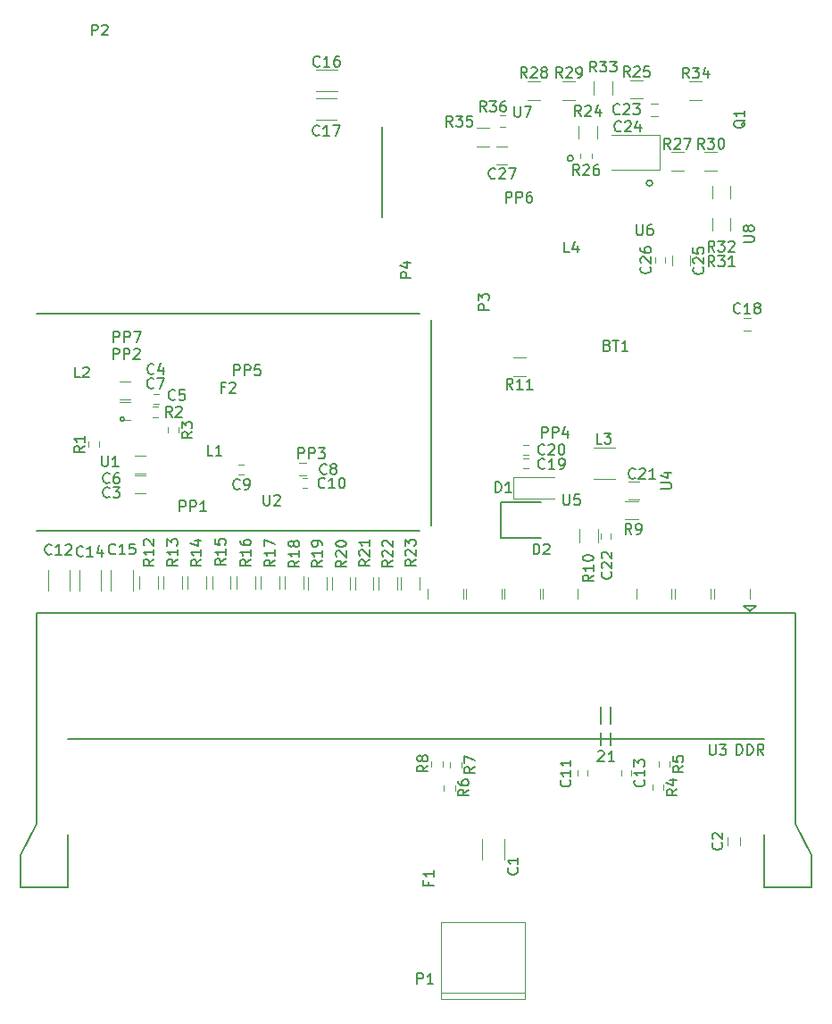
<source format=gbr>
G04 #@! TF.FileFunction,Legend,Top*
%FSLAX46Y46*%
G04 Gerber Fmt 4.6, Leading zero omitted, Abs format (unit mm)*
G04 Created by KiCad (PCBNEW 4.0.4-stable) date Monday, April 23, 2018 'PMt' 09:01:18 PM*
%MOMM*%
%LPD*%
G01*
G04 APERTURE LIST*
%ADD10C,0.100000*%
%ADD11C,0.200000*%
%ADD12C,0.150000*%
%ADD13C,0.120000*%
G04 APERTURE END LIST*
D10*
D11*
X103759000Y-102870000D02*
X140000000Y-102870000D01*
X103759000Y-123444000D02*
X140000000Y-123444000D01*
D12*
X154611723Y-88118700D02*
G75*
G03X154611723Y-88118700I-282843J0D01*
G01*
X162128083Y-90463620D02*
G75*
G03X162128083Y-90463620I-282843J0D01*
G01*
X103700000Y-131160000D02*
X103700000Y-141260000D01*
X103700000Y-151160000D02*
X103700000Y-140852236D01*
X175700000Y-141260000D02*
X175700000Y-131160000D01*
X175700000Y-151160000D02*
X175700000Y-140860000D01*
X171350000Y-131010000D02*
X170750000Y-130510000D01*
X170750000Y-130510000D02*
X171950000Y-130510000D01*
X171950000Y-130510000D02*
X171350000Y-131010000D01*
X158150000Y-141660000D02*
X158150000Y-140060000D01*
X157250000Y-141660000D02*
X157250000Y-140060000D01*
X157250000Y-142510000D02*
X157250000Y-143760000D01*
X158150000Y-142510000D02*
X158150000Y-143760000D01*
X177200000Y-157160000D02*
X177200000Y-154160000D01*
X177200000Y-154160000D02*
X175700000Y-151160000D01*
X175700000Y-131160000D02*
X103700000Y-131160000D01*
X103700000Y-151160000D02*
X102200000Y-154160000D01*
X102200000Y-154160000D02*
X102200000Y-157160000D01*
X102200000Y-157160000D02*
X106700000Y-157160000D01*
X106700000Y-157160000D02*
X106700000Y-152159001D01*
X106700000Y-143160000D02*
X139700000Y-143160000D01*
X139700000Y-143160000D02*
X172700000Y-143160000D01*
X172700000Y-152160000D02*
X172700000Y-157160000D01*
X172700000Y-157160000D02*
X177200000Y-157160000D01*
X112029340Y-112841300D02*
G75*
G03X112029340Y-112841300I-200000J0D01*
G01*
D13*
X168007240Y-129879980D02*
X168007240Y-128879980D01*
X171367240Y-129879980D02*
X171367240Y-128879980D01*
X160575200Y-129879980D02*
X160575200Y-128879980D01*
X163935200Y-129879980D02*
X163935200Y-128879980D01*
X164292640Y-129879980D02*
X164292640Y-128879980D01*
X167652640Y-129879980D02*
X167652640Y-128879980D01*
X148070780Y-129879980D02*
X148070780Y-128879980D01*
X151430780Y-129879980D02*
X151430780Y-128879980D01*
X151692820Y-129879980D02*
X151692820Y-128879980D01*
X155052820Y-129879980D02*
X155052820Y-128879980D01*
X140831780Y-129879980D02*
X140831780Y-128879980D01*
X144191780Y-129879980D02*
X144191780Y-128879980D01*
X144451280Y-129879980D02*
X144451280Y-128879980D01*
X147811280Y-129879980D02*
X147811280Y-128879980D01*
X147638960Y-85109460D02*
X148138960Y-85109460D01*
X148138960Y-84049460D02*
X147638960Y-84049460D01*
X145416980Y-85238700D02*
X146616980Y-85238700D01*
X146616980Y-86998700D02*
X145416980Y-86998700D01*
X166835380Y-82591800D02*
X165635380Y-82591800D01*
X165635380Y-80831800D02*
X166835380Y-80831800D01*
X158329520Y-80865420D02*
X158329520Y-82065420D01*
X156569520Y-82065420D02*
X156569520Y-80865420D01*
X169528380Y-90728240D02*
X169528380Y-91928240D01*
X167768380Y-91928240D02*
X167768380Y-90728240D01*
X169536000Y-93788940D02*
X169536000Y-94988940D01*
X167776000Y-94988940D02*
X167776000Y-93788940D01*
X168273020Y-89302480D02*
X167073020Y-89302480D01*
X167073020Y-87542480D02*
X168273020Y-87542480D01*
X153600860Y-80826720D02*
X154800860Y-80826720D01*
X154800860Y-82586720D02*
X153600860Y-82586720D01*
X151473460Y-82574020D02*
X150273460Y-82574020D01*
X150273460Y-80814020D02*
X151473460Y-80814020D01*
X165077700Y-89299940D02*
X163877700Y-89299940D01*
X163877700Y-87539940D02*
X165077700Y-87539940D01*
X156346300Y-88146700D02*
X156346300Y-87646700D01*
X155286300Y-87646700D02*
X155286300Y-88146700D01*
X160021980Y-80702260D02*
X161221980Y-80702260D01*
X161221980Y-82462260D02*
X160021980Y-82462260D01*
X155129340Y-86279280D02*
X155129340Y-85079280D01*
X156889340Y-85079280D02*
X156889340Y-86279280D01*
X140056760Y-127781760D02*
X140056760Y-128981760D01*
X138296760Y-128981760D02*
X138296760Y-127781760D01*
X137882520Y-127781760D02*
X137882520Y-128981760D01*
X136122520Y-128981760D02*
X136122520Y-127781760D01*
X135672720Y-127781760D02*
X135672720Y-128981760D01*
X133912720Y-128981760D02*
X133912720Y-127781760D01*
X133460380Y-127781760D02*
X133460380Y-128981760D01*
X131700380Y-128981760D02*
X131700380Y-127781760D01*
X131215020Y-127781760D02*
X131215020Y-128981760D01*
X129455020Y-128981760D02*
X129455020Y-127781760D01*
X129005220Y-127746200D02*
X129005220Y-128946200D01*
X127245220Y-128946200D02*
X127245220Y-127746200D01*
X126724300Y-127710640D02*
X126724300Y-128910640D01*
X124964300Y-128910640D02*
X124964300Y-127710640D01*
X124443380Y-127710640D02*
X124443380Y-128910640D01*
X122683380Y-128910640D02*
X122683380Y-127710640D01*
X122126900Y-127710640D02*
X122126900Y-128910640D01*
X120366900Y-128910640D02*
X120366900Y-127710640D01*
X119774860Y-127710640D02*
X119774860Y-128910640D01*
X118014860Y-128910640D02*
X118014860Y-127710640D01*
X117493940Y-127710640D02*
X117493940Y-128910640D01*
X115733940Y-128910640D02*
X115733940Y-127710640D01*
X115213020Y-127710640D02*
X115213020Y-128910640D01*
X113453020Y-128910640D02*
X113453020Y-127710640D01*
X148909480Y-107024280D02*
X150109480Y-107024280D01*
X150109480Y-108784280D02*
X148909480Y-108784280D01*
X156929980Y-123283420D02*
X156929980Y-124483420D01*
X155169980Y-124483420D02*
X155169980Y-123283420D01*
X160744460Y-122352960D02*
X159544460Y-122352960D01*
X159544460Y-120592960D02*
X160744460Y-120592960D01*
X142206120Y-145725960D02*
X142206120Y-145225960D01*
X141146120Y-145225960D02*
X141146120Y-145725960D01*
X143991740Y-145865660D02*
X143991740Y-145365660D01*
X142931740Y-145365660D02*
X142931740Y-145865660D01*
X143402460Y-148017040D02*
X143402460Y-147517040D01*
X142342460Y-147517040D02*
X142342460Y-148017040D01*
X163780880Y-145771680D02*
X163780880Y-145271680D01*
X162720880Y-145271680D02*
X162720880Y-145771680D01*
X163181440Y-147978940D02*
X163181440Y-147478940D01*
X162121440Y-147478940D02*
X162121440Y-147978940D01*
X117204900Y-114115660D02*
X117204900Y-113615660D01*
X116144900Y-113615660D02*
X116144900Y-114115660D01*
X114695160Y-112701480D02*
X115195160Y-112701480D01*
X115195160Y-111641480D02*
X114695160Y-111641480D01*
X108616340Y-114966940D02*
X108616340Y-115466940D01*
X109676340Y-115466940D02*
X109676340Y-114966940D01*
D12*
X141134080Y-122900840D02*
X141134080Y-103400840D01*
D13*
X142050000Y-167776000D02*
X150050000Y-167776000D01*
X142050000Y-160456000D02*
X150050000Y-160456000D01*
X150050000Y-160456000D02*
X150050000Y-167776000D01*
X150050000Y-167156000D02*
X142050000Y-167156000D01*
X142050000Y-167776000D02*
X142050000Y-160456000D01*
X156546040Y-118538440D02*
X158546040Y-118538440D01*
X158546040Y-115578440D02*
X156546040Y-115578440D01*
D12*
X147784660Y-124100060D02*
X151584660Y-124100060D01*
X147784660Y-120700060D02*
X147784660Y-124100060D01*
X151584660Y-120700060D02*
X147784660Y-120700060D01*
D13*
X148946040Y-118344440D02*
X148946040Y-120344440D01*
X148946040Y-120344440D02*
X152846040Y-120344440D01*
X148946040Y-118344440D02*
X152846040Y-118344440D01*
X147350860Y-88736540D02*
X148350860Y-88736540D01*
X148350860Y-87036540D02*
X147350860Y-87036540D01*
X163291620Y-98019680D02*
X163291620Y-97519680D01*
X162351620Y-97519680D02*
X162351620Y-98019680D01*
X165675680Y-98307780D02*
X165675680Y-97307780D01*
X163975680Y-97307780D02*
X163975680Y-98307780D01*
X162822540Y-89211420D02*
X158272540Y-89211420D01*
X162822540Y-85911420D02*
X158272540Y-85911420D01*
X162822540Y-89211420D02*
X162822540Y-85911420D01*
X161963620Y-82927900D02*
X162663620Y-82927900D01*
X162663620Y-84127900D02*
X161963620Y-84127900D01*
X158188760Y-124148660D02*
X158188760Y-123648660D01*
X157248760Y-123648660D02*
X157248760Y-124148660D01*
X160842580Y-118725580D02*
X159842580Y-118725580D01*
X159842580Y-120425580D02*
X160842580Y-120425580D01*
X149841140Y-116255900D02*
X150341140Y-116255900D01*
X150341140Y-115315900D02*
X149841140Y-115315900D01*
X149841140Y-117510660D02*
X150341140Y-117510660D01*
X150341140Y-116570660D02*
X149841140Y-116570660D01*
X170736780Y-103283460D02*
X171436780Y-103283460D01*
X171436780Y-104483460D02*
X170736780Y-104483460D01*
X132190000Y-82430000D02*
X130190000Y-82430000D01*
X130190000Y-84470000D02*
X132190000Y-84470000D01*
X132220000Y-79710000D02*
X130220000Y-79710000D01*
X130220000Y-81750000D02*
X132220000Y-81750000D01*
X110783180Y-127097280D02*
X110783180Y-129097280D01*
X112823180Y-129097280D02*
X112823180Y-127097280D01*
X107763120Y-127097280D02*
X107763120Y-129097280D01*
X109803120Y-129097280D02*
X109803120Y-127097280D01*
X160139480Y-146637820D02*
X160139480Y-146137820D01*
X159199480Y-146137820D02*
X159199480Y-146637820D01*
X104781160Y-127097280D02*
X104781160Y-129097280D01*
X106821160Y-129097280D02*
X106821160Y-127097280D01*
X155925620Y-146642900D02*
X155925620Y-146142900D01*
X154985620Y-146142900D02*
X154985620Y-146642900D01*
X129409000Y-118422320D02*
X128909000Y-118422320D01*
X128909000Y-119362320D02*
X129409000Y-119362320D01*
X122879040Y-118064380D02*
X123379040Y-118064380D01*
X123379040Y-117124380D02*
X122879040Y-117124380D01*
X128608340Y-116996920D02*
X129308340Y-116996920D01*
X129308340Y-118196920D02*
X128608340Y-118196920D01*
X112628300Y-111186860D02*
X111628300Y-111186860D01*
X111628300Y-112886860D02*
X112628300Y-112886860D01*
X113017680Y-117959240D02*
X114017680Y-117959240D01*
X114017680Y-116259240D02*
X113017680Y-116259240D01*
X115317080Y-110439100D02*
X114817080Y-110439100D01*
X114817080Y-111379100D02*
X115317080Y-111379100D01*
X112630840Y-109292020D02*
X111630840Y-109292020D01*
X111630840Y-110992020D02*
X112630840Y-110992020D01*
X113017680Y-119849000D02*
X114017680Y-119849000D01*
X114017680Y-118149000D02*
X113017680Y-118149000D01*
X170457420Y-152474180D02*
X170457420Y-153174180D01*
X169257420Y-153174180D02*
X169257420Y-152474180D01*
X148047900Y-154605360D02*
X148047900Y-152605360D01*
X146007900Y-152605360D02*
X146007900Y-154605360D01*
D12*
X136516680Y-85110000D02*
X136516680Y-93710000D01*
X170747441Y-96050005D02*
X171556965Y-96050005D01*
X171652203Y-96002386D01*
X171699822Y-95954767D01*
X171747441Y-95859529D01*
X171747441Y-95669052D01*
X171699822Y-95573814D01*
X171652203Y-95526195D01*
X171556965Y-95478576D01*
X170747441Y-95478576D01*
X171176012Y-94859529D02*
X171128393Y-94954767D01*
X171080774Y-95002386D01*
X170985536Y-95050005D01*
X170937917Y-95050005D01*
X170842679Y-95002386D01*
X170795060Y-94954767D01*
X170747441Y-94859529D01*
X170747441Y-94669052D01*
X170795060Y-94573814D01*
X170842679Y-94526195D01*
X170937917Y-94478576D01*
X170985536Y-94478576D01*
X171080774Y-94526195D01*
X171128393Y-94573814D01*
X171176012Y-94669052D01*
X171176012Y-94859529D01*
X171223631Y-94954767D01*
X171271250Y-95002386D01*
X171366489Y-95050005D01*
X171556965Y-95050005D01*
X171652203Y-95002386D01*
X171699822Y-94954767D01*
X171747441Y-94859529D01*
X171747441Y-94669052D01*
X171699822Y-94573814D01*
X171652203Y-94526195D01*
X171556965Y-94478576D01*
X171366489Y-94478576D01*
X171271250Y-94526195D01*
X171223631Y-94573814D01*
X171176012Y-94669052D01*
X149039675Y-83211421D02*
X149039675Y-84020945D01*
X149087294Y-84116183D01*
X149134913Y-84163802D01*
X149230151Y-84211421D01*
X149420628Y-84211421D01*
X149515866Y-84163802D01*
X149563485Y-84116183D01*
X149611104Y-84020945D01*
X149611104Y-83211421D01*
X149992056Y-83211421D02*
X150658723Y-83211421D01*
X150230151Y-84211421D01*
X160611915Y-94402661D02*
X160611915Y-95212185D01*
X160659534Y-95307423D01*
X160707153Y-95355042D01*
X160802391Y-95402661D01*
X160992868Y-95402661D01*
X161088106Y-95355042D01*
X161135725Y-95307423D01*
X161183344Y-95212185D01*
X161183344Y-94402661D01*
X162088106Y-94402661D02*
X161897629Y-94402661D01*
X161802391Y-94450280D01*
X161754772Y-94497899D01*
X161659534Y-94640756D01*
X161611915Y-94831232D01*
X161611915Y-95212185D01*
X161659534Y-95307423D01*
X161707153Y-95355042D01*
X161802391Y-95402661D01*
X161992868Y-95402661D01*
X162088106Y-95355042D01*
X162135725Y-95307423D01*
X162183344Y-95212185D01*
X162183344Y-94974090D01*
X162135725Y-94878851D01*
X162088106Y-94831232D01*
X161992868Y-94783613D01*
X161802391Y-94783613D01*
X161707153Y-94831232D01*
X161659534Y-94878851D01*
X161611915Y-94974090D01*
X153692955Y-119967761D02*
X153692955Y-120777285D01*
X153740574Y-120872523D01*
X153788193Y-120920142D01*
X153883431Y-120967761D01*
X154073908Y-120967761D01*
X154169146Y-120920142D01*
X154216765Y-120872523D01*
X154264384Y-120777285D01*
X154264384Y-119967761D01*
X155216765Y-119967761D02*
X154740574Y-119967761D01*
X154692955Y-120443951D01*
X154740574Y-120396332D01*
X154835812Y-120348713D01*
X155073908Y-120348713D01*
X155169146Y-120396332D01*
X155216765Y-120443951D01*
X155264384Y-120539190D01*
X155264384Y-120777285D01*
X155216765Y-120872523D01*
X155169146Y-120920142D01*
X155073908Y-120967761D01*
X154835812Y-120967761D01*
X154740574Y-120920142D01*
X154692955Y-120872523D01*
X162931861Y-119412925D02*
X163741385Y-119412925D01*
X163836623Y-119365306D01*
X163884242Y-119317687D01*
X163931861Y-119222449D01*
X163931861Y-119031972D01*
X163884242Y-118936734D01*
X163836623Y-118889115D01*
X163741385Y-118841496D01*
X162931861Y-118841496D01*
X163265194Y-117936734D02*
X163931861Y-117936734D01*
X162884242Y-118174830D02*
X163598528Y-118412925D01*
X163598528Y-117793877D01*
X167538095Y-143652381D02*
X167538095Y-144461905D01*
X167585714Y-144557143D01*
X167633333Y-144604762D01*
X167728571Y-144652381D01*
X167919048Y-144652381D01*
X168014286Y-144604762D01*
X168061905Y-144557143D01*
X168109524Y-144461905D01*
X168109524Y-143652381D01*
X168490476Y-143652381D02*
X169109524Y-143652381D01*
X168776190Y-144033333D01*
X168919048Y-144033333D01*
X169014286Y-144080952D01*
X169061905Y-144128571D01*
X169109524Y-144223810D01*
X169109524Y-144461905D01*
X169061905Y-144557143D01*
X169014286Y-144604762D01*
X168919048Y-144652381D01*
X168633333Y-144652381D01*
X168538095Y-144604762D01*
X168490476Y-144557143D01*
X170094115Y-144640561D02*
X170094115Y-143640561D01*
X170332210Y-143640561D01*
X170475068Y-143688180D01*
X170570306Y-143783418D01*
X170617925Y-143878656D01*
X170665544Y-144069132D01*
X170665544Y-144211990D01*
X170617925Y-144402466D01*
X170570306Y-144497704D01*
X170475068Y-144592942D01*
X170332210Y-144640561D01*
X170094115Y-144640561D01*
X171094115Y-144640561D02*
X171094115Y-143640561D01*
X171332210Y-143640561D01*
X171475068Y-143688180D01*
X171570306Y-143783418D01*
X171617925Y-143878656D01*
X171665544Y-144069132D01*
X171665544Y-144211990D01*
X171617925Y-144402466D01*
X171570306Y-144497704D01*
X171475068Y-144592942D01*
X171332210Y-144640561D01*
X171094115Y-144640561D01*
X172665544Y-144640561D02*
X172332210Y-144164370D01*
X172094115Y-144640561D02*
X172094115Y-143640561D01*
X172475068Y-143640561D01*
X172570306Y-143688180D01*
X172617925Y-143735799D01*
X172665544Y-143831037D01*
X172665544Y-143973894D01*
X172617925Y-144069132D01*
X172570306Y-144116751D01*
X172475068Y-144164370D01*
X172094115Y-144164370D01*
X158535715Y-145262381D02*
X157964286Y-145262381D01*
X158250000Y-145262381D02*
X158250000Y-144262381D01*
X158154762Y-144405238D01*
X158059524Y-144500476D01*
X157964286Y-144548095D01*
X156964286Y-144357619D02*
X157011905Y-144310000D01*
X157107143Y-144262381D01*
X157345239Y-144262381D01*
X157440477Y-144310000D01*
X157488096Y-144357619D01*
X157535715Y-144452857D01*
X157535715Y-144548095D01*
X157488096Y-144690952D01*
X156916667Y-145262381D01*
X157535715Y-145262381D01*
X125252575Y-119999541D02*
X125252575Y-120809065D01*
X125300194Y-120904303D01*
X125347813Y-120951922D01*
X125443051Y-120999541D01*
X125633528Y-120999541D01*
X125728766Y-120951922D01*
X125776385Y-120904303D01*
X125824004Y-120809065D01*
X125824004Y-119999541D01*
X126252575Y-120094779D02*
X126300194Y-120047160D01*
X126395432Y-119999541D01*
X126633528Y-119999541D01*
X126728766Y-120047160D01*
X126776385Y-120094779D01*
X126824004Y-120190017D01*
X126824004Y-120285255D01*
X126776385Y-120428112D01*
X126204956Y-120999541D01*
X126824004Y-120999541D01*
X109921135Y-116320321D02*
X109921135Y-117129845D01*
X109968754Y-117225083D01*
X110016373Y-117272702D01*
X110111611Y-117320321D01*
X110302088Y-117320321D01*
X110397326Y-117272702D01*
X110444945Y-117225083D01*
X110492564Y-117129845D01*
X110492564Y-116320321D01*
X111492564Y-117320321D02*
X110921135Y-117320321D01*
X111206849Y-117320321D02*
X111206849Y-116320321D01*
X111111611Y-116463178D01*
X111016373Y-116558416D01*
X110921135Y-116606035D01*
X146346943Y-83705961D02*
X146013609Y-83229770D01*
X145775514Y-83705961D02*
X145775514Y-82705961D01*
X146156467Y-82705961D01*
X146251705Y-82753580D01*
X146299324Y-82801199D01*
X146346943Y-82896437D01*
X146346943Y-83039294D01*
X146299324Y-83134532D01*
X146251705Y-83182151D01*
X146156467Y-83229770D01*
X145775514Y-83229770D01*
X146680276Y-82705961D02*
X147299324Y-82705961D01*
X146965990Y-83086913D01*
X147108848Y-83086913D01*
X147204086Y-83134532D01*
X147251705Y-83182151D01*
X147299324Y-83277390D01*
X147299324Y-83515485D01*
X147251705Y-83610723D01*
X147204086Y-83658342D01*
X147108848Y-83705961D01*
X146823133Y-83705961D01*
X146727895Y-83658342D01*
X146680276Y-83610723D01*
X148156467Y-82705961D02*
X147965990Y-82705961D01*
X147870752Y-82753580D01*
X147823133Y-82801199D01*
X147727895Y-82944056D01*
X147680276Y-83134532D01*
X147680276Y-83515485D01*
X147727895Y-83610723D01*
X147775514Y-83658342D01*
X147870752Y-83705961D01*
X148061229Y-83705961D01*
X148156467Y-83658342D01*
X148204086Y-83610723D01*
X148251705Y-83515485D01*
X148251705Y-83277390D01*
X148204086Y-83182151D01*
X148156467Y-83134532D01*
X148061229Y-83086913D01*
X147870752Y-83086913D01*
X147775514Y-83134532D01*
X147727895Y-83182151D01*
X147680276Y-83277390D01*
X143169403Y-85108041D02*
X142836069Y-84631850D01*
X142597974Y-85108041D02*
X142597974Y-84108041D01*
X142978927Y-84108041D01*
X143074165Y-84155660D01*
X143121784Y-84203279D01*
X143169403Y-84298517D01*
X143169403Y-84441374D01*
X143121784Y-84536612D01*
X143074165Y-84584231D01*
X142978927Y-84631850D01*
X142597974Y-84631850D01*
X143502736Y-84108041D02*
X144121784Y-84108041D01*
X143788450Y-84488993D01*
X143931308Y-84488993D01*
X144026546Y-84536612D01*
X144074165Y-84584231D01*
X144121784Y-84679470D01*
X144121784Y-84917565D01*
X144074165Y-85012803D01*
X144026546Y-85060422D01*
X143931308Y-85108041D01*
X143645593Y-85108041D01*
X143550355Y-85060422D01*
X143502736Y-85012803D01*
X145026546Y-84108041D02*
X144550355Y-84108041D01*
X144502736Y-84584231D01*
X144550355Y-84536612D01*
X144645593Y-84488993D01*
X144883689Y-84488993D01*
X144978927Y-84536612D01*
X145026546Y-84584231D01*
X145074165Y-84679470D01*
X145074165Y-84917565D01*
X145026546Y-85012803D01*
X144978927Y-85060422D01*
X144883689Y-85108041D01*
X144645593Y-85108041D01*
X144550355Y-85060422D01*
X144502736Y-85012803D01*
X165592523Y-80514181D02*
X165259189Y-80037990D01*
X165021094Y-80514181D02*
X165021094Y-79514181D01*
X165402047Y-79514181D01*
X165497285Y-79561800D01*
X165544904Y-79609419D01*
X165592523Y-79704657D01*
X165592523Y-79847514D01*
X165544904Y-79942752D01*
X165497285Y-79990371D01*
X165402047Y-80037990D01*
X165021094Y-80037990D01*
X165925856Y-79514181D02*
X166544904Y-79514181D01*
X166211570Y-79895133D01*
X166354428Y-79895133D01*
X166449666Y-79942752D01*
X166497285Y-79990371D01*
X166544904Y-80085610D01*
X166544904Y-80323705D01*
X166497285Y-80418943D01*
X166449666Y-80466562D01*
X166354428Y-80514181D01*
X166068713Y-80514181D01*
X165973475Y-80466562D01*
X165925856Y-80418943D01*
X167402047Y-79847514D02*
X167402047Y-80514181D01*
X167163951Y-79466562D02*
X166925856Y-80180848D01*
X167544904Y-80180848D01*
X156806663Y-79928981D02*
X156473329Y-79452790D01*
X156235234Y-79928981D02*
X156235234Y-78928981D01*
X156616187Y-78928981D01*
X156711425Y-78976600D01*
X156759044Y-79024219D01*
X156806663Y-79119457D01*
X156806663Y-79262314D01*
X156759044Y-79357552D01*
X156711425Y-79405171D01*
X156616187Y-79452790D01*
X156235234Y-79452790D01*
X157139996Y-78928981D02*
X157759044Y-78928981D01*
X157425710Y-79309933D01*
X157568568Y-79309933D01*
X157663806Y-79357552D01*
X157711425Y-79405171D01*
X157759044Y-79500410D01*
X157759044Y-79738505D01*
X157711425Y-79833743D01*
X157663806Y-79881362D01*
X157568568Y-79928981D01*
X157282853Y-79928981D01*
X157187615Y-79881362D01*
X157139996Y-79833743D01*
X158092377Y-78928981D02*
X158711425Y-78928981D01*
X158378091Y-79309933D01*
X158520949Y-79309933D01*
X158616187Y-79357552D01*
X158663806Y-79405171D01*
X158711425Y-79500410D01*
X158711425Y-79738505D01*
X158663806Y-79833743D01*
X158616187Y-79881362D01*
X158520949Y-79928981D01*
X158235234Y-79928981D01*
X158139996Y-79881362D01*
X158092377Y-79833743D01*
X168020763Y-96959681D02*
X167687429Y-96483490D01*
X167449334Y-96959681D02*
X167449334Y-95959681D01*
X167830287Y-95959681D01*
X167925525Y-96007300D01*
X167973144Y-96054919D01*
X168020763Y-96150157D01*
X168020763Y-96293014D01*
X167973144Y-96388252D01*
X167925525Y-96435871D01*
X167830287Y-96483490D01*
X167449334Y-96483490D01*
X168354096Y-95959681D02*
X168973144Y-95959681D01*
X168639810Y-96340633D01*
X168782668Y-96340633D01*
X168877906Y-96388252D01*
X168925525Y-96435871D01*
X168973144Y-96531110D01*
X168973144Y-96769205D01*
X168925525Y-96864443D01*
X168877906Y-96912062D01*
X168782668Y-96959681D01*
X168496953Y-96959681D01*
X168401715Y-96912062D01*
X168354096Y-96864443D01*
X169354096Y-96054919D02*
X169401715Y-96007300D01*
X169496953Y-95959681D01*
X169735049Y-95959681D01*
X169830287Y-96007300D01*
X169877906Y-96054919D01*
X169925525Y-96150157D01*
X169925525Y-96245395D01*
X169877906Y-96388252D01*
X169306477Y-96959681D01*
X169925525Y-96959681D01*
X168015683Y-98369381D02*
X167682349Y-97893190D01*
X167444254Y-98369381D02*
X167444254Y-97369381D01*
X167825207Y-97369381D01*
X167920445Y-97417000D01*
X167968064Y-97464619D01*
X168015683Y-97559857D01*
X168015683Y-97702714D01*
X167968064Y-97797952D01*
X167920445Y-97845571D01*
X167825207Y-97893190D01*
X167444254Y-97893190D01*
X168349016Y-97369381D02*
X168968064Y-97369381D01*
X168634730Y-97750333D01*
X168777588Y-97750333D01*
X168872826Y-97797952D01*
X168920445Y-97845571D01*
X168968064Y-97940810D01*
X168968064Y-98178905D01*
X168920445Y-98274143D01*
X168872826Y-98321762D01*
X168777588Y-98369381D01*
X168491873Y-98369381D01*
X168396635Y-98321762D01*
X168349016Y-98274143D01*
X169920445Y-98369381D02*
X169349016Y-98369381D01*
X169634730Y-98369381D02*
X169634730Y-97369381D01*
X169539492Y-97512238D01*
X169444254Y-97607476D01*
X169349016Y-97655095D01*
X167030163Y-87224861D02*
X166696829Y-86748670D01*
X166458734Y-87224861D02*
X166458734Y-86224861D01*
X166839687Y-86224861D01*
X166934925Y-86272480D01*
X166982544Y-86320099D01*
X167030163Y-86415337D01*
X167030163Y-86558194D01*
X166982544Y-86653432D01*
X166934925Y-86701051D01*
X166839687Y-86748670D01*
X166458734Y-86748670D01*
X167363496Y-86224861D02*
X167982544Y-86224861D01*
X167649210Y-86605813D01*
X167792068Y-86605813D01*
X167887306Y-86653432D01*
X167934925Y-86701051D01*
X167982544Y-86796290D01*
X167982544Y-87034385D01*
X167934925Y-87129623D01*
X167887306Y-87177242D01*
X167792068Y-87224861D01*
X167506353Y-87224861D01*
X167411115Y-87177242D01*
X167363496Y-87129623D01*
X168601591Y-86224861D02*
X168696830Y-86224861D01*
X168792068Y-86272480D01*
X168839687Y-86320099D01*
X168887306Y-86415337D01*
X168934925Y-86605813D01*
X168934925Y-86843909D01*
X168887306Y-87034385D01*
X168839687Y-87129623D01*
X168792068Y-87177242D01*
X168696830Y-87224861D01*
X168601591Y-87224861D01*
X168506353Y-87177242D01*
X168458734Y-87129623D01*
X168411115Y-87034385D01*
X168363496Y-86843909D01*
X168363496Y-86605813D01*
X168411115Y-86415337D01*
X168458734Y-86320099D01*
X168506353Y-86272480D01*
X168601591Y-86224861D01*
X153558003Y-80487781D02*
X153224669Y-80011590D01*
X152986574Y-80487781D02*
X152986574Y-79487781D01*
X153367527Y-79487781D01*
X153462765Y-79535400D01*
X153510384Y-79583019D01*
X153558003Y-79678257D01*
X153558003Y-79821114D01*
X153510384Y-79916352D01*
X153462765Y-79963971D01*
X153367527Y-80011590D01*
X152986574Y-80011590D01*
X153938955Y-79583019D02*
X153986574Y-79535400D01*
X154081812Y-79487781D01*
X154319908Y-79487781D01*
X154415146Y-79535400D01*
X154462765Y-79583019D01*
X154510384Y-79678257D01*
X154510384Y-79773495D01*
X154462765Y-79916352D01*
X153891336Y-80487781D01*
X154510384Y-80487781D01*
X154986574Y-80487781D02*
X155177050Y-80487781D01*
X155272289Y-80440162D01*
X155319908Y-80392543D01*
X155415146Y-80249686D01*
X155462765Y-80059210D01*
X155462765Y-79678257D01*
X155415146Y-79583019D01*
X155367527Y-79535400D01*
X155272289Y-79487781D01*
X155081812Y-79487781D01*
X154986574Y-79535400D01*
X154938955Y-79583019D01*
X154891336Y-79678257D01*
X154891336Y-79916352D01*
X154938955Y-80011590D01*
X154986574Y-80059210D01*
X155081812Y-80106829D01*
X155272289Y-80106829D01*
X155367527Y-80059210D01*
X155415146Y-80011590D01*
X155462765Y-79916352D01*
X150230603Y-80496401D02*
X149897269Y-80020210D01*
X149659174Y-80496401D02*
X149659174Y-79496401D01*
X150040127Y-79496401D01*
X150135365Y-79544020D01*
X150182984Y-79591639D01*
X150230603Y-79686877D01*
X150230603Y-79829734D01*
X150182984Y-79924972D01*
X150135365Y-79972591D01*
X150040127Y-80020210D01*
X149659174Y-80020210D01*
X150611555Y-79591639D02*
X150659174Y-79544020D01*
X150754412Y-79496401D01*
X150992508Y-79496401D01*
X151087746Y-79544020D01*
X151135365Y-79591639D01*
X151182984Y-79686877D01*
X151182984Y-79782115D01*
X151135365Y-79924972D01*
X150563936Y-80496401D01*
X151182984Y-80496401D01*
X151754412Y-79924972D02*
X151659174Y-79877353D01*
X151611555Y-79829734D01*
X151563936Y-79734496D01*
X151563936Y-79686877D01*
X151611555Y-79591639D01*
X151659174Y-79544020D01*
X151754412Y-79496401D01*
X151944889Y-79496401D01*
X152040127Y-79544020D01*
X152087746Y-79591639D01*
X152135365Y-79686877D01*
X152135365Y-79734496D01*
X152087746Y-79829734D01*
X152040127Y-79877353D01*
X151944889Y-79924972D01*
X151754412Y-79924972D01*
X151659174Y-79972591D01*
X151611555Y-80020210D01*
X151563936Y-80115449D01*
X151563936Y-80305925D01*
X151611555Y-80401163D01*
X151659174Y-80448782D01*
X151754412Y-80496401D01*
X151944889Y-80496401D01*
X152040127Y-80448782D01*
X152087746Y-80401163D01*
X152135365Y-80305925D01*
X152135365Y-80115449D01*
X152087746Y-80020210D01*
X152040127Y-79972591D01*
X151944889Y-79924972D01*
X163834843Y-87222321D02*
X163501509Y-86746130D01*
X163263414Y-87222321D02*
X163263414Y-86222321D01*
X163644367Y-86222321D01*
X163739605Y-86269940D01*
X163787224Y-86317559D01*
X163834843Y-86412797D01*
X163834843Y-86555654D01*
X163787224Y-86650892D01*
X163739605Y-86698511D01*
X163644367Y-86746130D01*
X163263414Y-86746130D01*
X164215795Y-86317559D02*
X164263414Y-86269940D01*
X164358652Y-86222321D01*
X164596748Y-86222321D01*
X164691986Y-86269940D01*
X164739605Y-86317559D01*
X164787224Y-86412797D01*
X164787224Y-86508035D01*
X164739605Y-86650892D01*
X164168176Y-87222321D01*
X164787224Y-87222321D01*
X165120557Y-86222321D02*
X165787224Y-86222321D01*
X165358652Y-87222321D01*
X155178523Y-89720681D02*
X154845189Y-89244490D01*
X154607094Y-89720681D02*
X154607094Y-88720681D01*
X154988047Y-88720681D01*
X155083285Y-88768300D01*
X155130904Y-88815919D01*
X155178523Y-88911157D01*
X155178523Y-89054014D01*
X155130904Y-89149252D01*
X155083285Y-89196871D01*
X154988047Y-89244490D01*
X154607094Y-89244490D01*
X155559475Y-88815919D02*
X155607094Y-88768300D01*
X155702332Y-88720681D01*
X155940428Y-88720681D01*
X156035666Y-88768300D01*
X156083285Y-88815919D01*
X156130904Y-88911157D01*
X156130904Y-89006395D01*
X156083285Y-89149252D01*
X155511856Y-89720681D01*
X156130904Y-89720681D01*
X156988047Y-88720681D02*
X156797570Y-88720681D01*
X156702332Y-88768300D01*
X156654713Y-88815919D01*
X156559475Y-88958776D01*
X156511856Y-89149252D01*
X156511856Y-89530205D01*
X156559475Y-89625443D01*
X156607094Y-89673062D01*
X156702332Y-89720681D01*
X156892809Y-89720681D01*
X156988047Y-89673062D01*
X157035666Y-89625443D01*
X157083285Y-89530205D01*
X157083285Y-89292110D01*
X157035666Y-89196871D01*
X156988047Y-89149252D01*
X156892809Y-89101633D01*
X156702332Y-89101633D01*
X156607094Y-89149252D01*
X156559475Y-89196871D01*
X156511856Y-89292110D01*
X159979123Y-80411581D02*
X159645789Y-79935390D01*
X159407694Y-80411581D02*
X159407694Y-79411581D01*
X159788647Y-79411581D01*
X159883885Y-79459200D01*
X159931504Y-79506819D01*
X159979123Y-79602057D01*
X159979123Y-79744914D01*
X159931504Y-79840152D01*
X159883885Y-79887771D01*
X159788647Y-79935390D01*
X159407694Y-79935390D01*
X160360075Y-79506819D02*
X160407694Y-79459200D01*
X160502932Y-79411581D01*
X160741028Y-79411581D01*
X160836266Y-79459200D01*
X160883885Y-79506819D01*
X160931504Y-79602057D01*
X160931504Y-79697295D01*
X160883885Y-79840152D01*
X160312456Y-80411581D01*
X160931504Y-80411581D01*
X161836266Y-79411581D02*
X161360075Y-79411581D01*
X161312456Y-79887771D01*
X161360075Y-79840152D01*
X161455313Y-79792533D01*
X161693409Y-79792533D01*
X161788647Y-79840152D01*
X161836266Y-79887771D01*
X161883885Y-79983010D01*
X161883885Y-80221105D01*
X161836266Y-80316343D01*
X161788647Y-80363962D01*
X161693409Y-80411581D01*
X161455313Y-80411581D01*
X161360075Y-80363962D01*
X161312456Y-80316343D01*
X155358863Y-84114901D02*
X155025529Y-83638710D01*
X154787434Y-84114901D02*
X154787434Y-83114901D01*
X155168387Y-83114901D01*
X155263625Y-83162520D01*
X155311244Y-83210139D01*
X155358863Y-83305377D01*
X155358863Y-83448234D01*
X155311244Y-83543472D01*
X155263625Y-83591091D01*
X155168387Y-83638710D01*
X154787434Y-83638710D01*
X155739815Y-83210139D02*
X155787434Y-83162520D01*
X155882672Y-83114901D01*
X156120768Y-83114901D01*
X156216006Y-83162520D01*
X156263625Y-83210139D01*
X156311244Y-83305377D01*
X156311244Y-83400615D01*
X156263625Y-83543472D01*
X155692196Y-84114901D01*
X156311244Y-84114901D01*
X157168387Y-83448234D02*
X157168387Y-84114901D01*
X156930291Y-83067282D02*
X156692196Y-83781568D01*
X157311244Y-83781568D01*
X139659621Y-126141717D02*
X139183430Y-126475051D01*
X139659621Y-126713146D02*
X138659621Y-126713146D01*
X138659621Y-126332193D01*
X138707240Y-126236955D01*
X138754859Y-126189336D01*
X138850097Y-126141717D01*
X138992954Y-126141717D01*
X139088192Y-126189336D01*
X139135811Y-126236955D01*
X139183430Y-126332193D01*
X139183430Y-126713146D01*
X138754859Y-125760765D02*
X138707240Y-125713146D01*
X138659621Y-125617908D01*
X138659621Y-125379812D01*
X138707240Y-125284574D01*
X138754859Y-125236955D01*
X138850097Y-125189336D01*
X138945335Y-125189336D01*
X139088192Y-125236955D01*
X139659621Y-125808384D01*
X139659621Y-125189336D01*
X138659621Y-124856003D02*
X138659621Y-124236955D01*
X139040573Y-124570289D01*
X139040573Y-124427431D01*
X139088192Y-124332193D01*
X139135811Y-124284574D01*
X139231050Y-124236955D01*
X139469145Y-124236955D01*
X139564383Y-124284574D01*
X139612002Y-124332193D01*
X139659621Y-124427431D01*
X139659621Y-124713146D01*
X139612002Y-124808384D01*
X139564383Y-124856003D01*
X137490461Y-126225537D02*
X137014270Y-126558871D01*
X137490461Y-126796966D02*
X136490461Y-126796966D01*
X136490461Y-126416013D01*
X136538080Y-126320775D01*
X136585699Y-126273156D01*
X136680937Y-126225537D01*
X136823794Y-126225537D01*
X136919032Y-126273156D01*
X136966651Y-126320775D01*
X137014270Y-126416013D01*
X137014270Y-126796966D01*
X136585699Y-125844585D02*
X136538080Y-125796966D01*
X136490461Y-125701728D01*
X136490461Y-125463632D01*
X136538080Y-125368394D01*
X136585699Y-125320775D01*
X136680937Y-125273156D01*
X136776175Y-125273156D01*
X136919032Y-125320775D01*
X137490461Y-125892204D01*
X137490461Y-125273156D01*
X136585699Y-124892204D02*
X136538080Y-124844585D01*
X136490461Y-124749347D01*
X136490461Y-124511251D01*
X136538080Y-124416013D01*
X136585699Y-124368394D01*
X136680937Y-124320775D01*
X136776175Y-124320775D01*
X136919032Y-124368394D01*
X137490461Y-124939823D01*
X137490461Y-124320775D01*
X135311141Y-126162037D02*
X134834950Y-126495371D01*
X135311141Y-126733466D02*
X134311141Y-126733466D01*
X134311141Y-126352513D01*
X134358760Y-126257275D01*
X134406379Y-126209656D01*
X134501617Y-126162037D01*
X134644474Y-126162037D01*
X134739712Y-126209656D01*
X134787331Y-126257275D01*
X134834950Y-126352513D01*
X134834950Y-126733466D01*
X134406379Y-125781085D02*
X134358760Y-125733466D01*
X134311141Y-125638228D01*
X134311141Y-125400132D01*
X134358760Y-125304894D01*
X134406379Y-125257275D01*
X134501617Y-125209656D01*
X134596855Y-125209656D01*
X134739712Y-125257275D01*
X135311141Y-125828704D01*
X135311141Y-125209656D01*
X135311141Y-124257275D02*
X135311141Y-124828704D01*
X135311141Y-124542990D02*
X134311141Y-124542990D01*
X134453998Y-124638228D01*
X134549236Y-124733466D01*
X134596855Y-124828704D01*
X133093721Y-126258557D02*
X132617530Y-126591891D01*
X133093721Y-126829986D02*
X132093721Y-126829986D01*
X132093721Y-126449033D01*
X132141340Y-126353795D01*
X132188959Y-126306176D01*
X132284197Y-126258557D01*
X132427054Y-126258557D01*
X132522292Y-126306176D01*
X132569911Y-126353795D01*
X132617530Y-126449033D01*
X132617530Y-126829986D01*
X132188959Y-125877605D02*
X132141340Y-125829986D01*
X132093721Y-125734748D01*
X132093721Y-125496652D01*
X132141340Y-125401414D01*
X132188959Y-125353795D01*
X132284197Y-125306176D01*
X132379435Y-125306176D01*
X132522292Y-125353795D01*
X133093721Y-125925224D01*
X133093721Y-125306176D01*
X132093721Y-124687129D02*
X132093721Y-124591890D01*
X132141340Y-124496652D01*
X132188959Y-124449033D01*
X132284197Y-124401414D01*
X132474673Y-124353795D01*
X132712769Y-124353795D01*
X132903245Y-124401414D01*
X132998483Y-124449033D01*
X133046102Y-124496652D01*
X133093721Y-124591890D01*
X133093721Y-124687129D01*
X133046102Y-124782367D01*
X132998483Y-124829986D01*
X132903245Y-124877605D01*
X132712769Y-124925224D01*
X132474673Y-124925224D01*
X132284197Y-124877605D01*
X132188959Y-124829986D01*
X132141340Y-124782367D01*
X132093721Y-124687129D01*
X130800101Y-126233157D02*
X130323910Y-126566491D01*
X130800101Y-126804586D02*
X129800101Y-126804586D01*
X129800101Y-126423633D01*
X129847720Y-126328395D01*
X129895339Y-126280776D01*
X129990577Y-126233157D01*
X130133434Y-126233157D01*
X130228672Y-126280776D01*
X130276291Y-126328395D01*
X130323910Y-126423633D01*
X130323910Y-126804586D01*
X130800101Y-125280776D02*
X130800101Y-125852205D01*
X130800101Y-125566491D02*
X129800101Y-125566491D01*
X129942958Y-125661729D01*
X130038196Y-125756967D01*
X130085815Y-125852205D01*
X130800101Y-124804586D02*
X130800101Y-124614110D01*
X130752482Y-124518871D01*
X130704863Y-124471252D01*
X130562006Y-124376014D01*
X130371530Y-124328395D01*
X129990577Y-124328395D01*
X129895339Y-124376014D01*
X129847720Y-124423633D01*
X129800101Y-124518871D01*
X129800101Y-124709348D01*
X129847720Y-124804586D01*
X129895339Y-124852205D01*
X129990577Y-124899824D01*
X130228672Y-124899824D01*
X130323910Y-124852205D01*
X130371530Y-124804586D01*
X130419149Y-124709348D01*
X130419149Y-124518871D01*
X130371530Y-124423633D01*
X130323910Y-124376014D01*
X130228672Y-124328395D01*
X128633481Y-126250937D02*
X128157290Y-126584271D01*
X128633481Y-126822366D02*
X127633481Y-126822366D01*
X127633481Y-126441413D01*
X127681100Y-126346175D01*
X127728719Y-126298556D01*
X127823957Y-126250937D01*
X127966814Y-126250937D01*
X128062052Y-126298556D01*
X128109671Y-126346175D01*
X128157290Y-126441413D01*
X128157290Y-126822366D01*
X128633481Y-125298556D02*
X128633481Y-125869985D01*
X128633481Y-125584271D02*
X127633481Y-125584271D01*
X127776338Y-125679509D01*
X127871576Y-125774747D01*
X127919195Y-125869985D01*
X128062052Y-124727128D02*
X128014433Y-124822366D01*
X127966814Y-124869985D01*
X127871576Y-124917604D01*
X127823957Y-124917604D01*
X127728719Y-124869985D01*
X127681100Y-124822366D01*
X127633481Y-124727128D01*
X127633481Y-124536651D01*
X127681100Y-124441413D01*
X127728719Y-124393794D01*
X127823957Y-124346175D01*
X127871576Y-124346175D01*
X127966814Y-124393794D01*
X128014433Y-124441413D01*
X128062052Y-124536651D01*
X128062052Y-124727128D01*
X128109671Y-124822366D01*
X128157290Y-124869985D01*
X128252529Y-124917604D01*
X128443005Y-124917604D01*
X128538243Y-124869985D01*
X128585862Y-124822366D01*
X128633481Y-124727128D01*
X128633481Y-124536651D01*
X128585862Y-124441413D01*
X128538243Y-124393794D01*
X128443005Y-124346175D01*
X128252529Y-124346175D01*
X128157290Y-124393794D01*
X128109671Y-124441413D01*
X128062052Y-124536651D01*
X126309381Y-126172197D02*
X125833190Y-126505531D01*
X126309381Y-126743626D02*
X125309381Y-126743626D01*
X125309381Y-126362673D01*
X125357000Y-126267435D01*
X125404619Y-126219816D01*
X125499857Y-126172197D01*
X125642714Y-126172197D01*
X125737952Y-126219816D01*
X125785571Y-126267435D01*
X125833190Y-126362673D01*
X125833190Y-126743626D01*
X126309381Y-125219816D02*
X126309381Y-125791245D01*
X126309381Y-125505531D02*
X125309381Y-125505531D01*
X125452238Y-125600769D01*
X125547476Y-125696007D01*
X125595095Y-125791245D01*
X125309381Y-124886483D02*
X125309381Y-124219816D01*
X126309381Y-124648388D01*
X124015761Y-126134097D02*
X123539570Y-126467431D01*
X124015761Y-126705526D02*
X123015761Y-126705526D01*
X123015761Y-126324573D01*
X123063380Y-126229335D01*
X123110999Y-126181716D01*
X123206237Y-126134097D01*
X123349094Y-126134097D01*
X123444332Y-126181716D01*
X123491951Y-126229335D01*
X123539570Y-126324573D01*
X123539570Y-126705526D01*
X124015761Y-125181716D02*
X124015761Y-125753145D01*
X124015761Y-125467431D02*
X123015761Y-125467431D01*
X123158618Y-125562669D01*
X123253856Y-125657907D01*
X123301475Y-125753145D01*
X123015761Y-124324573D02*
X123015761Y-124515050D01*
X123063380Y-124610288D01*
X123110999Y-124657907D01*
X123253856Y-124753145D01*
X123444332Y-124800764D01*
X123825285Y-124800764D01*
X123920523Y-124753145D01*
X123968142Y-124705526D01*
X124015761Y-124610288D01*
X124015761Y-124419811D01*
X123968142Y-124324573D01*
X123920523Y-124276954D01*
X123825285Y-124229335D01*
X123587190Y-124229335D01*
X123491951Y-124276954D01*
X123444332Y-124324573D01*
X123396713Y-124419811D01*
X123396713Y-124610288D01*
X123444332Y-124705526D01*
X123491951Y-124753145D01*
X123587190Y-124800764D01*
X121635781Y-126070597D02*
X121159590Y-126403931D01*
X121635781Y-126642026D02*
X120635781Y-126642026D01*
X120635781Y-126261073D01*
X120683400Y-126165835D01*
X120731019Y-126118216D01*
X120826257Y-126070597D01*
X120969114Y-126070597D01*
X121064352Y-126118216D01*
X121111971Y-126165835D01*
X121159590Y-126261073D01*
X121159590Y-126642026D01*
X121635781Y-125118216D02*
X121635781Y-125689645D01*
X121635781Y-125403931D02*
X120635781Y-125403931D01*
X120778638Y-125499169D01*
X120873876Y-125594407D01*
X120921495Y-125689645D01*
X120635781Y-124213454D02*
X120635781Y-124689645D01*
X121111971Y-124737264D01*
X121064352Y-124689645D01*
X121016733Y-124594407D01*
X121016733Y-124356311D01*
X121064352Y-124261073D01*
X121111971Y-124213454D01*
X121207210Y-124165835D01*
X121445305Y-124165835D01*
X121540543Y-124213454D01*
X121588162Y-124261073D01*
X121635781Y-124356311D01*
X121635781Y-124594407D01*
X121588162Y-124689645D01*
X121540543Y-124737264D01*
X119337081Y-126144257D02*
X118860890Y-126477591D01*
X119337081Y-126715686D02*
X118337081Y-126715686D01*
X118337081Y-126334733D01*
X118384700Y-126239495D01*
X118432319Y-126191876D01*
X118527557Y-126144257D01*
X118670414Y-126144257D01*
X118765652Y-126191876D01*
X118813271Y-126239495D01*
X118860890Y-126334733D01*
X118860890Y-126715686D01*
X119337081Y-125191876D02*
X119337081Y-125763305D01*
X119337081Y-125477591D02*
X118337081Y-125477591D01*
X118479938Y-125572829D01*
X118575176Y-125668067D01*
X118622795Y-125763305D01*
X118670414Y-124334733D02*
X119337081Y-124334733D01*
X118289462Y-124572829D02*
X119003748Y-124810924D01*
X119003748Y-124191876D01*
X117099341Y-126101077D02*
X116623150Y-126434411D01*
X117099341Y-126672506D02*
X116099341Y-126672506D01*
X116099341Y-126291553D01*
X116146960Y-126196315D01*
X116194579Y-126148696D01*
X116289817Y-126101077D01*
X116432674Y-126101077D01*
X116527912Y-126148696D01*
X116575531Y-126196315D01*
X116623150Y-126291553D01*
X116623150Y-126672506D01*
X117099341Y-125148696D02*
X117099341Y-125720125D01*
X117099341Y-125434411D02*
X116099341Y-125434411D01*
X116242198Y-125529649D01*
X116337436Y-125624887D01*
X116385055Y-125720125D01*
X116099341Y-124815363D02*
X116099341Y-124196315D01*
X116480293Y-124529649D01*
X116480293Y-124386791D01*
X116527912Y-124291553D01*
X116575531Y-124243934D01*
X116670770Y-124196315D01*
X116908865Y-124196315D01*
X117004103Y-124243934D01*
X117051722Y-124291553D01*
X117099341Y-124386791D01*
X117099341Y-124672506D01*
X117051722Y-124767744D01*
X117004103Y-124815363D01*
X114846361Y-126108697D02*
X114370170Y-126442031D01*
X114846361Y-126680126D02*
X113846361Y-126680126D01*
X113846361Y-126299173D01*
X113893980Y-126203935D01*
X113941599Y-126156316D01*
X114036837Y-126108697D01*
X114179694Y-126108697D01*
X114274932Y-126156316D01*
X114322551Y-126203935D01*
X114370170Y-126299173D01*
X114370170Y-126680126D01*
X114846361Y-125156316D02*
X114846361Y-125727745D01*
X114846361Y-125442031D02*
X113846361Y-125442031D01*
X113989218Y-125537269D01*
X114084456Y-125632507D01*
X114132075Y-125727745D01*
X113941599Y-124775364D02*
X113893980Y-124727745D01*
X113846361Y-124632507D01*
X113846361Y-124394411D01*
X113893980Y-124299173D01*
X113941599Y-124251554D01*
X114036837Y-124203935D01*
X114132075Y-124203935D01*
X114274932Y-124251554D01*
X114846361Y-124822983D01*
X114846361Y-124203935D01*
X148866623Y-110006661D02*
X148533289Y-109530470D01*
X148295194Y-110006661D02*
X148295194Y-109006661D01*
X148676147Y-109006661D01*
X148771385Y-109054280D01*
X148819004Y-109101899D01*
X148866623Y-109197137D01*
X148866623Y-109339994D01*
X148819004Y-109435232D01*
X148771385Y-109482851D01*
X148676147Y-109530470D01*
X148295194Y-109530470D01*
X149819004Y-110006661D02*
X149247575Y-110006661D01*
X149533289Y-110006661D02*
X149533289Y-109006661D01*
X149438051Y-109149518D01*
X149342813Y-109244756D01*
X149247575Y-109292375D01*
X150771385Y-110006661D02*
X150199956Y-110006661D01*
X150485670Y-110006661D02*
X150485670Y-109006661D01*
X150390432Y-109149518D01*
X150295194Y-109244756D01*
X150199956Y-109292375D01*
X156522681Y-127614917D02*
X156046490Y-127948251D01*
X156522681Y-128186346D02*
X155522681Y-128186346D01*
X155522681Y-127805393D01*
X155570300Y-127710155D01*
X155617919Y-127662536D01*
X155713157Y-127614917D01*
X155856014Y-127614917D01*
X155951252Y-127662536D01*
X155998871Y-127710155D01*
X156046490Y-127805393D01*
X156046490Y-128186346D01*
X156522681Y-126662536D02*
X156522681Y-127233965D01*
X156522681Y-126948251D02*
X155522681Y-126948251D01*
X155665538Y-127043489D01*
X155760776Y-127138727D01*
X155808395Y-127233965D01*
X155522681Y-126043489D02*
X155522681Y-125948250D01*
X155570300Y-125853012D01*
X155617919Y-125805393D01*
X155713157Y-125757774D01*
X155903633Y-125710155D01*
X156141729Y-125710155D01*
X156332205Y-125757774D01*
X156427443Y-125805393D01*
X156475062Y-125853012D01*
X156522681Y-125948250D01*
X156522681Y-126043489D01*
X156475062Y-126138727D01*
X156427443Y-126186346D01*
X156332205Y-126233965D01*
X156141729Y-126281584D01*
X155903633Y-126281584D01*
X155713157Y-126233965D01*
X155617919Y-126186346D01*
X155570300Y-126138727D01*
X155522681Y-126043489D01*
X160145434Y-123746521D02*
X159812100Y-123270330D01*
X159574005Y-123746521D02*
X159574005Y-122746521D01*
X159954958Y-122746521D01*
X160050196Y-122794140D01*
X160097815Y-122841759D01*
X160145434Y-122936997D01*
X160145434Y-123079854D01*
X160097815Y-123175092D01*
X160050196Y-123222711D01*
X159954958Y-123270330D01*
X159574005Y-123270330D01*
X160621624Y-123746521D02*
X160812100Y-123746521D01*
X160907339Y-123698902D01*
X160954958Y-123651283D01*
X161050196Y-123508426D01*
X161097815Y-123317950D01*
X161097815Y-122936997D01*
X161050196Y-122841759D01*
X161002577Y-122794140D01*
X160907339Y-122746521D01*
X160716862Y-122746521D01*
X160621624Y-122794140D01*
X160574005Y-122841759D01*
X160526386Y-122936997D01*
X160526386Y-123175092D01*
X160574005Y-123270330D01*
X160621624Y-123317950D01*
X160716862Y-123365569D01*
X160907339Y-123365569D01*
X161002577Y-123317950D01*
X161050196Y-123270330D01*
X161097815Y-123175092D01*
X140825481Y-145642626D02*
X140349290Y-145975960D01*
X140825481Y-146214055D02*
X139825481Y-146214055D01*
X139825481Y-145833102D01*
X139873100Y-145737864D01*
X139920719Y-145690245D01*
X140015957Y-145642626D01*
X140158814Y-145642626D01*
X140254052Y-145690245D01*
X140301671Y-145737864D01*
X140349290Y-145833102D01*
X140349290Y-146214055D01*
X140254052Y-145071198D02*
X140206433Y-145166436D01*
X140158814Y-145214055D01*
X140063576Y-145261674D01*
X140015957Y-145261674D01*
X139920719Y-145214055D01*
X139873100Y-145166436D01*
X139825481Y-145071198D01*
X139825481Y-144880721D01*
X139873100Y-144785483D01*
X139920719Y-144737864D01*
X140015957Y-144690245D01*
X140063576Y-144690245D01*
X140158814Y-144737864D01*
X140206433Y-144785483D01*
X140254052Y-144880721D01*
X140254052Y-145071198D01*
X140301671Y-145166436D01*
X140349290Y-145214055D01*
X140444529Y-145261674D01*
X140635005Y-145261674D01*
X140730243Y-145214055D01*
X140777862Y-145166436D01*
X140825481Y-145071198D01*
X140825481Y-144880721D01*
X140777862Y-144785483D01*
X140730243Y-144737864D01*
X140635005Y-144690245D01*
X140444529Y-144690245D01*
X140349290Y-144737864D01*
X140301671Y-144785483D01*
X140254052Y-144880721D01*
X145264121Y-145782326D02*
X144787930Y-146115660D01*
X145264121Y-146353755D02*
X144264121Y-146353755D01*
X144264121Y-145972802D01*
X144311740Y-145877564D01*
X144359359Y-145829945D01*
X144454597Y-145782326D01*
X144597454Y-145782326D01*
X144692692Y-145829945D01*
X144740311Y-145877564D01*
X144787930Y-145972802D01*
X144787930Y-146353755D01*
X144264121Y-145448993D02*
X144264121Y-144782326D01*
X145264121Y-145210898D01*
X144674841Y-147933706D02*
X144198650Y-148267040D01*
X144674841Y-148505135D02*
X143674841Y-148505135D01*
X143674841Y-148124182D01*
X143722460Y-148028944D01*
X143770079Y-147981325D01*
X143865317Y-147933706D01*
X144008174Y-147933706D01*
X144103412Y-147981325D01*
X144151031Y-148028944D01*
X144198650Y-148124182D01*
X144198650Y-148505135D01*
X143674841Y-147076563D02*
X143674841Y-147267040D01*
X143722460Y-147362278D01*
X143770079Y-147409897D01*
X143912936Y-147505135D01*
X144103412Y-147552754D01*
X144484365Y-147552754D01*
X144579603Y-147505135D01*
X144627222Y-147457516D01*
X144674841Y-147362278D01*
X144674841Y-147171801D01*
X144627222Y-147076563D01*
X144579603Y-147028944D01*
X144484365Y-146981325D01*
X144246270Y-146981325D01*
X144151031Y-147028944D01*
X144103412Y-147076563D01*
X144055793Y-147171801D01*
X144055793Y-147362278D01*
X144103412Y-147457516D01*
X144151031Y-147505135D01*
X144246270Y-147552754D01*
X165053261Y-145688346D02*
X164577070Y-146021680D01*
X165053261Y-146259775D02*
X164053261Y-146259775D01*
X164053261Y-145878822D01*
X164100880Y-145783584D01*
X164148499Y-145735965D01*
X164243737Y-145688346D01*
X164386594Y-145688346D01*
X164481832Y-145735965D01*
X164529451Y-145783584D01*
X164577070Y-145878822D01*
X164577070Y-146259775D01*
X164053261Y-144783584D02*
X164053261Y-145259775D01*
X164529451Y-145307394D01*
X164481832Y-145259775D01*
X164434213Y-145164537D01*
X164434213Y-144926441D01*
X164481832Y-144831203D01*
X164529451Y-144783584D01*
X164624690Y-144735965D01*
X164862785Y-144735965D01*
X164958023Y-144783584D01*
X165005642Y-144831203D01*
X165053261Y-144926441D01*
X165053261Y-145164537D01*
X165005642Y-145259775D01*
X164958023Y-145307394D01*
X164453821Y-147895606D02*
X163977630Y-148228940D01*
X164453821Y-148467035D02*
X163453821Y-148467035D01*
X163453821Y-148086082D01*
X163501440Y-147990844D01*
X163549059Y-147943225D01*
X163644297Y-147895606D01*
X163787154Y-147895606D01*
X163882392Y-147943225D01*
X163930011Y-147990844D01*
X163977630Y-148086082D01*
X163977630Y-148467035D01*
X163787154Y-147038463D02*
X164453821Y-147038463D01*
X163406202Y-147276559D02*
X164120488Y-147514654D01*
X164120488Y-146895606D01*
X118477281Y-114032326D02*
X118001090Y-114365660D01*
X118477281Y-114603755D02*
X117477281Y-114603755D01*
X117477281Y-114222802D01*
X117524900Y-114127564D01*
X117572519Y-114079945D01*
X117667757Y-114032326D01*
X117810614Y-114032326D01*
X117905852Y-114079945D01*
X117953471Y-114127564D01*
X118001090Y-114222802D01*
X118001090Y-114603755D01*
X117477281Y-113698993D02*
X117477281Y-113079945D01*
X117858233Y-113413279D01*
X117858233Y-113270421D01*
X117905852Y-113175183D01*
X117953471Y-113127564D01*
X118048710Y-113079945D01*
X118286805Y-113079945D01*
X118382043Y-113127564D01*
X118429662Y-113175183D01*
X118477281Y-113270421D01*
X118477281Y-113556136D01*
X118429662Y-113651374D01*
X118382043Y-113698993D01*
X116546334Y-112634021D02*
X116213000Y-112157830D01*
X115974905Y-112634021D02*
X115974905Y-111634021D01*
X116355858Y-111634021D01*
X116451096Y-111681640D01*
X116498715Y-111729259D01*
X116546334Y-111824497D01*
X116546334Y-111967354D01*
X116498715Y-112062592D01*
X116451096Y-112110211D01*
X116355858Y-112157830D01*
X115974905Y-112157830D01*
X116927286Y-111729259D02*
X116974905Y-111681640D01*
X117070143Y-111634021D01*
X117308239Y-111634021D01*
X117403477Y-111681640D01*
X117451096Y-111729259D01*
X117498715Y-111824497D01*
X117498715Y-111919735D01*
X117451096Y-112062592D01*
X116879667Y-112634021D01*
X117498715Y-112634021D01*
X108248721Y-115383606D02*
X107772530Y-115716940D01*
X108248721Y-115955035D02*
X107248721Y-115955035D01*
X107248721Y-115574082D01*
X107296340Y-115478844D01*
X107343959Y-115431225D01*
X107439197Y-115383606D01*
X107582054Y-115383606D01*
X107677292Y-115431225D01*
X107724911Y-115478844D01*
X107772530Y-115574082D01*
X107772530Y-115955035D01*
X108248721Y-114431225D02*
X108248721Y-115002654D01*
X108248721Y-114716940D02*
X107248721Y-114716940D01*
X107391578Y-114812178D01*
X107486816Y-114907416D01*
X107534435Y-115002654D01*
X170933339Y-84481698D02*
X170885720Y-84576936D01*
X170790482Y-84672174D01*
X170647625Y-84815031D01*
X170600006Y-84910270D01*
X170600006Y-85005508D01*
X170838101Y-84957889D02*
X170790482Y-85053127D01*
X170695244Y-85148365D01*
X170504768Y-85195984D01*
X170171434Y-85195984D01*
X169980958Y-85148365D01*
X169885720Y-85053127D01*
X169838101Y-84957889D01*
X169838101Y-84767412D01*
X169885720Y-84672174D01*
X169980958Y-84576936D01*
X170171434Y-84529317D01*
X170504768Y-84529317D01*
X170695244Y-84576936D01*
X170790482Y-84672174D01*
X170838101Y-84767412D01*
X170838101Y-84957889D01*
X170838101Y-83576936D02*
X170838101Y-84148365D01*
X170838101Y-83862651D02*
X169838101Y-83862651D01*
X169980958Y-83957889D01*
X170076196Y-84053127D01*
X170123815Y-84148365D01*
X111021905Y-105552381D02*
X111021905Y-104552381D01*
X111402858Y-104552381D01*
X111498096Y-104600000D01*
X111545715Y-104647619D01*
X111593334Y-104742857D01*
X111593334Y-104885714D01*
X111545715Y-104980952D01*
X111498096Y-105028571D01*
X111402858Y-105076190D01*
X111021905Y-105076190D01*
X112021905Y-105552381D02*
X112021905Y-104552381D01*
X112402858Y-104552381D01*
X112498096Y-104600000D01*
X112545715Y-104647619D01*
X112593334Y-104742857D01*
X112593334Y-104885714D01*
X112545715Y-104980952D01*
X112498096Y-105028571D01*
X112402858Y-105076190D01*
X112021905Y-105076190D01*
X112926667Y-104552381D02*
X113593334Y-104552381D01*
X113164762Y-105552381D01*
X148210425Y-92298581D02*
X148210425Y-91298581D01*
X148591378Y-91298581D01*
X148686616Y-91346200D01*
X148734235Y-91393819D01*
X148781854Y-91489057D01*
X148781854Y-91631914D01*
X148734235Y-91727152D01*
X148686616Y-91774771D01*
X148591378Y-91822390D01*
X148210425Y-91822390D01*
X149210425Y-92298581D02*
X149210425Y-91298581D01*
X149591378Y-91298581D01*
X149686616Y-91346200D01*
X149734235Y-91393819D01*
X149781854Y-91489057D01*
X149781854Y-91631914D01*
X149734235Y-91727152D01*
X149686616Y-91774771D01*
X149591378Y-91822390D01*
X149210425Y-91822390D01*
X150638997Y-91298581D02*
X150448520Y-91298581D01*
X150353282Y-91346200D01*
X150305663Y-91393819D01*
X150210425Y-91536676D01*
X150162806Y-91727152D01*
X150162806Y-92108105D01*
X150210425Y-92203343D01*
X150258044Y-92250962D01*
X150353282Y-92298581D01*
X150543759Y-92298581D01*
X150638997Y-92250962D01*
X150686616Y-92203343D01*
X150734235Y-92108105D01*
X150734235Y-91870010D01*
X150686616Y-91774771D01*
X150638997Y-91727152D01*
X150543759Y-91679533D01*
X150353282Y-91679533D01*
X150258044Y-91727152D01*
X150210425Y-91774771D01*
X150162806Y-91870010D01*
X122441905Y-108686501D02*
X122441905Y-107686501D01*
X122822858Y-107686501D01*
X122918096Y-107734120D01*
X122965715Y-107781739D01*
X123013334Y-107876977D01*
X123013334Y-108019834D01*
X122965715Y-108115072D01*
X122918096Y-108162691D01*
X122822858Y-108210310D01*
X122441905Y-108210310D01*
X123441905Y-108686501D02*
X123441905Y-107686501D01*
X123822858Y-107686501D01*
X123918096Y-107734120D01*
X123965715Y-107781739D01*
X124013334Y-107876977D01*
X124013334Y-108019834D01*
X123965715Y-108115072D01*
X123918096Y-108162691D01*
X123822858Y-108210310D01*
X123441905Y-108210310D01*
X124918096Y-107686501D02*
X124441905Y-107686501D01*
X124394286Y-108162691D01*
X124441905Y-108115072D01*
X124537143Y-108067453D01*
X124775239Y-108067453D01*
X124870477Y-108115072D01*
X124918096Y-108162691D01*
X124965715Y-108257930D01*
X124965715Y-108496025D01*
X124918096Y-108591263D01*
X124870477Y-108638882D01*
X124775239Y-108686501D01*
X124537143Y-108686501D01*
X124441905Y-108638882D01*
X124394286Y-108591263D01*
X151641965Y-114572041D02*
X151641965Y-113572041D01*
X152022918Y-113572041D01*
X152118156Y-113619660D01*
X152165775Y-113667279D01*
X152213394Y-113762517D01*
X152213394Y-113905374D01*
X152165775Y-114000612D01*
X152118156Y-114048231D01*
X152022918Y-114095850D01*
X151641965Y-114095850D01*
X152641965Y-114572041D02*
X152641965Y-113572041D01*
X153022918Y-113572041D01*
X153118156Y-113619660D01*
X153165775Y-113667279D01*
X153213394Y-113762517D01*
X153213394Y-113905374D01*
X153165775Y-114000612D01*
X153118156Y-114048231D01*
X153022918Y-114095850D01*
X152641965Y-114095850D01*
X154070537Y-113905374D02*
X154070537Y-114572041D01*
X153832441Y-113524422D02*
X153594346Y-114238708D01*
X154213394Y-114238708D01*
X128540665Y-116560861D02*
X128540665Y-115560861D01*
X128921618Y-115560861D01*
X129016856Y-115608480D01*
X129064475Y-115656099D01*
X129112094Y-115751337D01*
X129112094Y-115894194D01*
X129064475Y-115989432D01*
X129016856Y-116037051D01*
X128921618Y-116084670D01*
X128540665Y-116084670D01*
X129540665Y-116560861D02*
X129540665Y-115560861D01*
X129921618Y-115560861D01*
X130016856Y-115608480D01*
X130064475Y-115656099D01*
X130112094Y-115751337D01*
X130112094Y-115894194D01*
X130064475Y-115989432D01*
X130016856Y-116037051D01*
X129921618Y-116084670D01*
X129540665Y-116084670D01*
X130445427Y-115560861D02*
X131064475Y-115560861D01*
X130731141Y-115941813D01*
X130873999Y-115941813D01*
X130969237Y-115989432D01*
X131016856Y-116037051D01*
X131064475Y-116132290D01*
X131064475Y-116370385D01*
X131016856Y-116465623D01*
X130969237Y-116513242D01*
X130873999Y-116560861D01*
X130588284Y-116560861D01*
X130493046Y-116513242D01*
X130445427Y-116465623D01*
X110986725Y-107134921D02*
X110986725Y-106134921D01*
X111367678Y-106134921D01*
X111462916Y-106182540D01*
X111510535Y-106230159D01*
X111558154Y-106325397D01*
X111558154Y-106468254D01*
X111510535Y-106563492D01*
X111462916Y-106611111D01*
X111367678Y-106658730D01*
X110986725Y-106658730D01*
X111986725Y-107134921D02*
X111986725Y-106134921D01*
X112367678Y-106134921D01*
X112462916Y-106182540D01*
X112510535Y-106230159D01*
X112558154Y-106325397D01*
X112558154Y-106468254D01*
X112510535Y-106563492D01*
X112462916Y-106611111D01*
X112367678Y-106658730D01*
X111986725Y-106658730D01*
X112939106Y-106230159D02*
X112986725Y-106182540D01*
X113081963Y-106134921D01*
X113320059Y-106134921D01*
X113415297Y-106182540D01*
X113462916Y-106230159D01*
X113510535Y-106325397D01*
X113510535Y-106420635D01*
X113462916Y-106563492D01*
X112891487Y-107134921D01*
X113510535Y-107134921D01*
X117291005Y-121572281D02*
X117291005Y-120572281D01*
X117671958Y-120572281D01*
X117767196Y-120619900D01*
X117814815Y-120667519D01*
X117862434Y-120762757D01*
X117862434Y-120905614D01*
X117814815Y-121000852D01*
X117767196Y-121048471D01*
X117671958Y-121096090D01*
X117291005Y-121096090D01*
X118291005Y-121572281D02*
X118291005Y-120572281D01*
X118671958Y-120572281D01*
X118767196Y-120619900D01*
X118814815Y-120667519D01*
X118862434Y-120762757D01*
X118862434Y-120905614D01*
X118814815Y-121000852D01*
X118767196Y-121048471D01*
X118671958Y-121096090D01*
X118291005Y-121096090D01*
X119814815Y-121572281D02*
X119243386Y-121572281D01*
X119529100Y-121572281D02*
X119529100Y-120572281D01*
X119433862Y-120715138D01*
X119338624Y-120810376D01*
X119243386Y-120857995D01*
X146621761Y-102485415D02*
X145621761Y-102485415D01*
X145621761Y-102104462D01*
X145669380Y-102009224D01*
X145716999Y-101961605D01*
X145812237Y-101913986D01*
X145955094Y-101913986D01*
X146050332Y-101961605D01*
X146097951Y-102009224D01*
X146145570Y-102104462D01*
X146145570Y-102485415D01*
X145621761Y-101580653D02*
X145621761Y-100961605D01*
X146002713Y-101294939D01*
X146002713Y-101152081D01*
X146050332Y-101056843D01*
X146097951Y-101009224D01*
X146193190Y-100961605D01*
X146431285Y-100961605D01*
X146526523Y-101009224D01*
X146574142Y-101056843D01*
X146621761Y-101152081D01*
X146621761Y-101437796D01*
X146574142Y-101533034D01*
X146526523Y-101580653D01*
X139820425Y-166339781D02*
X139820425Y-165339781D01*
X140201378Y-165339781D01*
X140296616Y-165387400D01*
X140344235Y-165435019D01*
X140391854Y-165530257D01*
X140391854Y-165673114D01*
X140344235Y-165768352D01*
X140296616Y-165815971D01*
X140201378Y-165863590D01*
X139820425Y-165863590D01*
X141344235Y-166339781D02*
X140772806Y-166339781D01*
X141058520Y-166339781D02*
X141058520Y-165339781D01*
X140963282Y-165482638D01*
X140868044Y-165577876D01*
X140772806Y-165625495D01*
X154260254Y-97033341D02*
X153784063Y-97033341D01*
X153784063Y-96033341D01*
X155022159Y-96366674D02*
X155022159Y-97033341D01*
X154784063Y-95985722D02*
X154545968Y-96700008D01*
X155165016Y-96700008D01*
X157326034Y-115166401D02*
X156849843Y-115166401D01*
X156849843Y-114166401D01*
X157564129Y-114166401D02*
X158183177Y-114166401D01*
X157849843Y-114547353D01*
X157992701Y-114547353D01*
X158087939Y-114594972D01*
X158135558Y-114642591D01*
X158183177Y-114737830D01*
X158183177Y-114975925D01*
X158135558Y-115071163D01*
X158087939Y-115118782D01*
X157992701Y-115166401D01*
X157706986Y-115166401D01*
X157611748Y-115118782D01*
X157564129Y-115071163D01*
X107834134Y-108882441D02*
X107357943Y-108882441D01*
X107357943Y-107882441D01*
X108119848Y-107977679D02*
X108167467Y-107930060D01*
X108262705Y-107882441D01*
X108500801Y-107882441D01*
X108596039Y-107930060D01*
X108643658Y-107977679D01*
X108691277Y-108072917D01*
X108691277Y-108168155D01*
X108643658Y-108311012D01*
X108072229Y-108882441D01*
X108691277Y-108882441D01*
X120417294Y-116281461D02*
X119941103Y-116281461D01*
X119941103Y-115281461D01*
X121274437Y-116281461D02*
X120703008Y-116281461D01*
X120988722Y-116281461D02*
X120988722Y-115281461D01*
X120893484Y-115424318D01*
X120798246Y-115519556D01*
X120703008Y-115567175D01*
X121540527Y-109814951D02*
X121207193Y-109814951D01*
X121207193Y-110338761D02*
X121207193Y-109338761D01*
X121683384Y-109338761D01*
X122016717Y-109433999D02*
X122064336Y-109386380D01*
X122159574Y-109338761D01*
X122397670Y-109338761D01*
X122492908Y-109386380D01*
X122540527Y-109433999D01*
X122588146Y-109529237D01*
X122588146Y-109624475D01*
X122540527Y-109767332D01*
X121969098Y-110338761D01*
X122588146Y-110338761D01*
X140875711Y-156670333D02*
X140875711Y-157003667D01*
X141399521Y-157003667D02*
X140399521Y-157003667D01*
X140399521Y-156527476D01*
X141399521Y-155622714D02*
X141399521Y-156194143D01*
X141399521Y-155908429D02*
X140399521Y-155908429D01*
X140542378Y-156003667D01*
X140637616Y-156098905D01*
X140685235Y-156194143D01*
X150846565Y-125652441D02*
X150846565Y-124652441D01*
X151084660Y-124652441D01*
X151227518Y-124700060D01*
X151322756Y-124795298D01*
X151370375Y-124890536D01*
X151417994Y-125081012D01*
X151417994Y-125223870D01*
X151370375Y-125414346D01*
X151322756Y-125509584D01*
X151227518Y-125604822D01*
X151084660Y-125652441D01*
X150846565Y-125652441D01*
X151798946Y-124747679D02*
X151846565Y-124700060D01*
X151941803Y-124652441D01*
X152179899Y-124652441D01*
X152275137Y-124700060D01*
X152322756Y-124747679D01*
X152370375Y-124842917D01*
X152370375Y-124938155D01*
X152322756Y-125081012D01*
X151751327Y-125652441D01*
X152370375Y-125652441D01*
X147234685Y-119771421D02*
X147234685Y-118771421D01*
X147472780Y-118771421D01*
X147615638Y-118819040D01*
X147710876Y-118914278D01*
X147758495Y-119009516D01*
X147806114Y-119199992D01*
X147806114Y-119342850D01*
X147758495Y-119533326D01*
X147710876Y-119628564D01*
X147615638Y-119723802D01*
X147472780Y-119771421D01*
X147234685Y-119771421D01*
X148758495Y-119771421D02*
X148187066Y-119771421D01*
X148472780Y-119771421D02*
X148472780Y-118771421D01*
X148377542Y-118914278D01*
X148282304Y-119009516D01*
X148187066Y-119057135D01*
X147218163Y-89965803D02*
X147170544Y-90013422D01*
X147027687Y-90061041D01*
X146932449Y-90061041D01*
X146789591Y-90013422D01*
X146694353Y-89918184D01*
X146646734Y-89822946D01*
X146599115Y-89632470D01*
X146599115Y-89489612D01*
X146646734Y-89299136D01*
X146694353Y-89203898D01*
X146789591Y-89108660D01*
X146932449Y-89061041D01*
X147027687Y-89061041D01*
X147170544Y-89108660D01*
X147218163Y-89156279D01*
X147599115Y-89156279D02*
X147646734Y-89108660D01*
X147741972Y-89061041D01*
X147980068Y-89061041D01*
X148075306Y-89108660D01*
X148122925Y-89156279D01*
X148170544Y-89251517D01*
X148170544Y-89346755D01*
X148122925Y-89489612D01*
X147551496Y-90061041D01*
X148170544Y-90061041D01*
X148503877Y-89061041D02*
X149170544Y-89061041D01*
X148741972Y-90061041D01*
X161883363Y-98404917D02*
X161930982Y-98452536D01*
X161978601Y-98595393D01*
X161978601Y-98690631D01*
X161930982Y-98833489D01*
X161835744Y-98928727D01*
X161740506Y-98976346D01*
X161550030Y-99023965D01*
X161407172Y-99023965D01*
X161216696Y-98976346D01*
X161121458Y-98928727D01*
X161026220Y-98833489D01*
X160978601Y-98690631D01*
X160978601Y-98595393D01*
X161026220Y-98452536D01*
X161073839Y-98404917D01*
X161073839Y-98023965D02*
X161026220Y-97976346D01*
X160978601Y-97881108D01*
X160978601Y-97643012D01*
X161026220Y-97547774D01*
X161073839Y-97500155D01*
X161169077Y-97452536D01*
X161264315Y-97452536D01*
X161407172Y-97500155D01*
X161978601Y-98071584D01*
X161978601Y-97452536D01*
X160978601Y-96595393D02*
X160978601Y-96785870D01*
X161026220Y-96881108D01*
X161073839Y-96928727D01*
X161216696Y-97023965D01*
X161407172Y-97071584D01*
X161788125Y-97071584D01*
X161883363Y-97023965D01*
X161930982Y-96976346D01*
X161978601Y-96881108D01*
X161978601Y-96690631D01*
X161930982Y-96595393D01*
X161883363Y-96547774D01*
X161788125Y-96500155D01*
X161550030Y-96500155D01*
X161454791Y-96547774D01*
X161407172Y-96595393D01*
X161359553Y-96690631D01*
X161359553Y-96881108D01*
X161407172Y-96976346D01*
X161454791Y-97023965D01*
X161550030Y-97071584D01*
X166889703Y-98463337D02*
X166937322Y-98510956D01*
X166984941Y-98653813D01*
X166984941Y-98749051D01*
X166937322Y-98891909D01*
X166842084Y-98987147D01*
X166746846Y-99034766D01*
X166556370Y-99082385D01*
X166413512Y-99082385D01*
X166223036Y-99034766D01*
X166127798Y-98987147D01*
X166032560Y-98891909D01*
X165984941Y-98749051D01*
X165984941Y-98653813D01*
X166032560Y-98510956D01*
X166080179Y-98463337D01*
X166080179Y-98082385D02*
X166032560Y-98034766D01*
X165984941Y-97939528D01*
X165984941Y-97701432D01*
X166032560Y-97606194D01*
X166080179Y-97558575D01*
X166175417Y-97510956D01*
X166270655Y-97510956D01*
X166413512Y-97558575D01*
X166984941Y-98130004D01*
X166984941Y-97510956D01*
X165984941Y-96606194D02*
X165984941Y-97082385D01*
X166461131Y-97130004D01*
X166413512Y-97082385D01*
X166365893Y-96987147D01*
X166365893Y-96749051D01*
X166413512Y-96653813D01*
X166461131Y-96606194D01*
X166556370Y-96558575D01*
X166794465Y-96558575D01*
X166889703Y-96606194D01*
X166937322Y-96653813D01*
X166984941Y-96749051D01*
X166984941Y-96987147D01*
X166937322Y-97082385D01*
X166889703Y-97130004D01*
X159143463Y-85495403D02*
X159095844Y-85543022D01*
X158952987Y-85590641D01*
X158857749Y-85590641D01*
X158714891Y-85543022D01*
X158619653Y-85447784D01*
X158572034Y-85352546D01*
X158524415Y-85162070D01*
X158524415Y-85019212D01*
X158572034Y-84828736D01*
X158619653Y-84733498D01*
X158714891Y-84638260D01*
X158857749Y-84590641D01*
X158952987Y-84590641D01*
X159095844Y-84638260D01*
X159143463Y-84685879D01*
X159524415Y-84685879D02*
X159572034Y-84638260D01*
X159667272Y-84590641D01*
X159905368Y-84590641D01*
X160000606Y-84638260D01*
X160048225Y-84685879D01*
X160095844Y-84781117D01*
X160095844Y-84876355D01*
X160048225Y-85019212D01*
X159476796Y-85590641D01*
X160095844Y-85590641D01*
X160952987Y-84923974D02*
X160952987Y-85590641D01*
X160714891Y-84543022D02*
X160476796Y-85257308D01*
X161095844Y-85257308D01*
X159013923Y-83872343D02*
X158966304Y-83919962D01*
X158823447Y-83967581D01*
X158728209Y-83967581D01*
X158585351Y-83919962D01*
X158490113Y-83824724D01*
X158442494Y-83729486D01*
X158394875Y-83539010D01*
X158394875Y-83396152D01*
X158442494Y-83205676D01*
X158490113Y-83110438D01*
X158585351Y-83015200D01*
X158728209Y-82967581D01*
X158823447Y-82967581D01*
X158966304Y-83015200D01*
X159013923Y-83062819D01*
X159394875Y-83062819D02*
X159442494Y-83015200D01*
X159537732Y-82967581D01*
X159775828Y-82967581D01*
X159871066Y-83015200D01*
X159918685Y-83062819D01*
X159966304Y-83158057D01*
X159966304Y-83253295D01*
X159918685Y-83396152D01*
X159347256Y-83967581D01*
X159966304Y-83967581D01*
X160299637Y-82967581D02*
X160918685Y-82967581D01*
X160585351Y-83348533D01*
X160728209Y-83348533D01*
X160823447Y-83396152D01*
X160871066Y-83443771D01*
X160918685Y-83539010D01*
X160918685Y-83777105D01*
X160871066Y-83872343D01*
X160823447Y-83919962D01*
X160728209Y-83967581D01*
X160442494Y-83967581D01*
X160347256Y-83919962D01*
X160299637Y-83872343D01*
X158174963Y-127330437D02*
X158222582Y-127378056D01*
X158270201Y-127520913D01*
X158270201Y-127616151D01*
X158222582Y-127759009D01*
X158127344Y-127854247D01*
X158032106Y-127901866D01*
X157841630Y-127949485D01*
X157698772Y-127949485D01*
X157508296Y-127901866D01*
X157413058Y-127854247D01*
X157317820Y-127759009D01*
X157270201Y-127616151D01*
X157270201Y-127520913D01*
X157317820Y-127378056D01*
X157365439Y-127330437D01*
X157365439Y-126949485D02*
X157317820Y-126901866D01*
X157270201Y-126806628D01*
X157270201Y-126568532D01*
X157317820Y-126473294D01*
X157365439Y-126425675D01*
X157460677Y-126378056D01*
X157555915Y-126378056D01*
X157698772Y-126425675D01*
X158270201Y-126997104D01*
X158270201Y-126378056D01*
X157365439Y-125997104D02*
X157317820Y-125949485D01*
X157270201Y-125854247D01*
X157270201Y-125616151D01*
X157317820Y-125520913D01*
X157365439Y-125473294D01*
X157460677Y-125425675D01*
X157555915Y-125425675D01*
X157698772Y-125473294D01*
X158270201Y-126044723D01*
X158270201Y-125425675D01*
X160487123Y-118385863D02*
X160439504Y-118433482D01*
X160296647Y-118481101D01*
X160201409Y-118481101D01*
X160058551Y-118433482D01*
X159963313Y-118338244D01*
X159915694Y-118243006D01*
X159868075Y-118052530D01*
X159868075Y-117909672D01*
X159915694Y-117719196D01*
X159963313Y-117623958D01*
X160058551Y-117528720D01*
X160201409Y-117481101D01*
X160296647Y-117481101D01*
X160439504Y-117528720D01*
X160487123Y-117576339D01*
X160868075Y-117576339D02*
X160915694Y-117528720D01*
X161010932Y-117481101D01*
X161249028Y-117481101D01*
X161344266Y-117528720D01*
X161391885Y-117576339D01*
X161439504Y-117671577D01*
X161439504Y-117766815D01*
X161391885Y-117909672D01*
X160820456Y-118481101D01*
X161439504Y-118481101D01*
X162391885Y-118481101D02*
X161820456Y-118481101D01*
X162106170Y-118481101D02*
X162106170Y-117481101D01*
X162010932Y-117623958D01*
X161915694Y-117719196D01*
X161820456Y-117766815D01*
X151886683Y-116104943D02*
X151839064Y-116152562D01*
X151696207Y-116200181D01*
X151600969Y-116200181D01*
X151458111Y-116152562D01*
X151362873Y-116057324D01*
X151315254Y-115962086D01*
X151267635Y-115771610D01*
X151267635Y-115628752D01*
X151315254Y-115438276D01*
X151362873Y-115343038D01*
X151458111Y-115247800D01*
X151600969Y-115200181D01*
X151696207Y-115200181D01*
X151839064Y-115247800D01*
X151886683Y-115295419D01*
X152267635Y-115295419D02*
X152315254Y-115247800D01*
X152410492Y-115200181D01*
X152648588Y-115200181D01*
X152743826Y-115247800D01*
X152791445Y-115295419D01*
X152839064Y-115390657D01*
X152839064Y-115485895D01*
X152791445Y-115628752D01*
X152220016Y-116200181D01*
X152839064Y-116200181D01*
X153458111Y-115200181D02*
X153553350Y-115200181D01*
X153648588Y-115247800D01*
X153696207Y-115295419D01*
X153743826Y-115390657D01*
X153791445Y-115581133D01*
X153791445Y-115819229D01*
X153743826Y-116009705D01*
X153696207Y-116104943D01*
X153648588Y-116152562D01*
X153553350Y-116200181D01*
X153458111Y-116200181D01*
X153362873Y-116152562D01*
X153315254Y-116104943D01*
X153267635Y-116009705D01*
X153220016Y-115819229D01*
X153220016Y-115581133D01*
X153267635Y-115390657D01*
X153315254Y-115295419D01*
X153362873Y-115247800D01*
X153458111Y-115200181D01*
X151896843Y-117476543D02*
X151849224Y-117524162D01*
X151706367Y-117571781D01*
X151611129Y-117571781D01*
X151468271Y-117524162D01*
X151373033Y-117428924D01*
X151325414Y-117333686D01*
X151277795Y-117143210D01*
X151277795Y-117000352D01*
X151325414Y-116809876D01*
X151373033Y-116714638D01*
X151468271Y-116619400D01*
X151611129Y-116571781D01*
X151706367Y-116571781D01*
X151849224Y-116619400D01*
X151896843Y-116667019D01*
X152849224Y-117571781D02*
X152277795Y-117571781D01*
X152563509Y-117571781D02*
X152563509Y-116571781D01*
X152468271Y-116714638D01*
X152373033Y-116809876D01*
X152277795Y-116857495D01*
X153325414Y-117571781D02*
X153515890Y-117571781D01*
X153611129Y-117524162D01*
X153658748Y-117476543D01*
X153753986Y-117333686D01*
X153801605Y-117143210D01*
X153801605Y-116762257D01*
X153753986Y-116667019D01*
X153706367Y-116619400D01*
X153611129Y-116571781D01*
X153420652Y-116571781D01*
X153325414Y-116619400D01*
X153277795Y-116667019D01*
X153230176Y-116762257D01*
X153230176Y-117000352D01*
X153277795Y-117095590D01*
X153325414Y-117143210D01*
X153420652Y-117190829D01*
X153611129Y-117190829D01*
X153706367Y-117143210D01*
X153753986Y-117095590D01*
X153801605Y-117000352D01*
X170443923Y-102740603D02*
X170396304Y-102788222D01*
X170253447Y-102835841D01*
X170158209Y-102835841D01*
X170015351Y-102788222D01*
X169920113Y-102692984D01*
X169872494Y-102597746D01*
X169824875Y-102407270D01*
X169824875Y-102264412D01*
X169872494Y-102073936D01*
X169920113Y-101978698D01*
X170015351Y-101883460D01*
X170158209Y-101835841D01*
X170253447Y-101835841D01*
X170396304Y-101883460D01*
X170443923Y-101931079D01*
X171396304Y-102835841D02*
X170824875Y-102835841D01*
X171110589Y-102835841D02*
X171110589Y-101835841D01*
X171015351Y-101978698D01*
X170920113Y-102073936D01*
X170824875Y-102121555D01*
X171967732Y-102264412D02*
X171872494Y-102216793D01*
X171824875Y-102169174D01*
X171777256Y-102073936D01*
X171777256Y-102026317D01*
X171824875Y-101931079D01*
X171872494Y-101883460D01*
X171967732Y-101835841D01*
X172158209Y-101835841D01*
X172253447Y-101883460D01*
X172301066Y-101931079D01*
X172348685Y-102026317D01*
X172348685Y-102073936D01*
X172301066Y-102169174D01*
X172253447Y-102216793D01*
X172158209Y-102264412D01*
X171967732Y-102264412D01*
X171872494Y-102312031D01*
X171824875Y-102359650D01*
X171777256Y-102454889D01*
X171777256Y-102645365D01*
X171824875Y-102740603D01*
X171872494Y-102788222D01*
X171967732Y-102835841D01*
X172158209Y-102835841D01*
X172253447Y-102788222D01*
X172301066Y-102740603D01*
X172348685Y-102645365D01*
X172348685Y-102454889D01*
X172301066Y-102359650D01*
X172253447Y-102312031D01*
X172158209Y-102264412D01*
X130526823Y-85892483D02*
X130479204Y-85940102D01*
X130336347Y-85987721D01*
X130241109Y-85987721D01*
X130098251Y-85940102D01*
X130003013Y-85844864D01*
X129955394Y-85749626D01*
X129907775Y-85559150D01*
X129907775Y-85416292D01*
X129955394Y-85225816D01*
X130003013Y-85130578D01*
X130098251Y-85035340D01*
X130241109Y-84987721D01*
X130336347Y-84987721D01*
X130479204Y-85035340D01*
X130526823Y-85082959D01*
X131479204Y-85987721D02*
X130907775Y-85987721D01*
X131193489Y-85987721D02*
X131193489Y-84987721D01*
X131098251Y-85130578D01*
X131003013Y-85225816D01*
X130907775Y-85273435D01*
X131812537Y-84987721D02*
X132479204Y-84987721D01*
X132050632Y-85987721D01*
X130577143Y-79337143D02*
X130529524Y-79384762D01*
X130386667Y-79432381D01*
X130291429Y-79432381D01*
X130148571Y-79384762D01*
X130053333Y-79289524D01*
X130005714Y-79194286D01*
X129958095Y-79003810D01*
X129958095Y-78860952D01*
X130005714Y-78670476D01*
X130053333Y-78575238D01*
X130148571Y-78480000D01*
X130291429Y-78432381D01*
X130386667Y-78432381D01*
X130529524Y-78480000D01*
X130577143Y-78527619D01*
X131529524Y-79432381D02*
X130958095Y-79432381D01*
X131243809Y-79432381D02*
X131243809Y-78432381D01*
X131148571Y-78575238D01*
X131053333Y-78670476D01*
X130958095Y-78718095D01*
X132386667Y-78432381D02*
X132196190Y-78432381D01*
X132100952Y-78480000D01*
X132053333Y-78527619D01*
X131958095Y-78670476D01*
X131910476Y-78860952D01*
X131910476Y-79241905D01*
X131958095Y-79337143D01*
X132005714Y-79384762D01*
X132100952Y-79432381D01*
X132291429Y-79432381D01*
X132386667Y-79384762D01*
X132434286Y-79337143D01*
X132481905Y-79241905D01*
X132481905Y-79003810D01*
X132434286Y-78908571D01*
X132386667Y-78860952D01*
X132291429Y-78813333D01*
X132100952Y-78813333D01*
X132005714Y-78860952D01*
X131958095Y-78908571D01*
X131910476Y-79003810D01*
X111178103Y-125551203D02*
X111130484Y-125598822D01*
X110987627Y-125646441D01*
X110892389Y-125646441D01*
X110749531Y-125598822D01*
X110654293Y-125503584D01*
X110606674Y-125408346D01*
X110559055Y-125217870D01*
X110559055Y-125075012D01*
X110606674Y-124884536D01*
X110654293Y-124789298D01*
X110749531Y-124694060D01*
X110892389Y-124646441D01*
X110987627Y-124646441D01*
X111130484Y-124694060D01*
X111178103Y-124741679D01*
X112130484Y-125646441D02*
X111559055Y-125646441D01*
X111844769Y-125646441D02*
X111844769Y-124646441D01*
X111749531Y-124789298D01*
X111654293Y-124884536D01*
X111559055Y-124932155D01*
X113035246Y-124646441D02*
X112559055Y-124646441D01*
X112511436Y-125122631D01*
X112559055Y-125075012D01*
X112654293Y-125027393D01*
X112892389Y-125027393D01*
X112987627Y-125075012D01*
X113035246Y-125122631D01*
X113082865Y-125217870D01*
X113082865Y-125455965D01*
X113035246Y-125551203D01*
X112987627Y-125598822D01*
X112892389Y-125646441D01*
X112654293Y-125646441D01*
X112559055Y-125598822D01*
X112511436Y-125551203D01*
X108112323Y-125754403D02*
X108064704Y-125802022D01*
X107921847Y-125849641D01*
X107826609Y-125849641D01*
X107683751Y-125802022D01*
X107588513Y-125706784D01*
X107540894Y-125611546D01*
X107493275Y-125421070D01*
X107493275Y-125278212D01*
X107540894Y-125087736D01*
X107588513Y-124992498D01*
X107683751Y-124897260D01*
X107826609Y-124849641D01*
X107921847Y-124849641D01*
X108064704Y-124897260D01*
X108112323Y-124944879D01*
X109064704Y-125849641D02*
X108493275Y-125849641D01*
X108778989Y-125849641D02*
X108778989Y-124849641D01*
X108683751Y-124992498D01*
X108588513Y-125087736D01*
X108493275Y-125135355D01*
X109921847Y-125182974D02*
X109921847Y-125849641D01*
X109683751Y-124802022D02*
X109445656Y-125516308D01*
X110064704Y-125516308D01*
X161296623Y-147030677D02*
X161344242Y-147078296D01*
X161391861Y-147221153D01*
X161391861Y-147316391D01*
X161344242Y-147459249D01*
X161249004Y-147554487D01*
X161153766Y-147602106D01*
X160963290Y-147649725D01*
X160820432Y-147649725D01*
X160629956Y-147602106D01*
X160534718Y-147554487D01*
X160439480Y-147459249D01*
X160391861Y-147316391D01*
X160391861Y-147221153D01*
X160439480Y-147078296D01*
X160487099Y-147030677D01*
X161391861Y-146078296D02*
X161391861Y-146649725D01*
X161391861Y-146364011D02*
X160391861Y-146364011D01*
X160534718Y-146459249D01*
X160629956Y-146554487D01*
X160677575Y-146649725D01*
X160391861Y-145744963D02*
X160391861Y-145125915D01*
X160772813Y-145459249D01*
X160772813Y-145316391D01*
X160820432Y-145221153D01*
X160868051Y-145173534D01*
X160963290Y-145125915D01*
X161201385Y-145125915D01*
X161296623Y-145173534D01*
X161344242Y-145221153D01*
X161391861Y-145316391D01*
X161391861Y-145602106D01*
X161344242Y-145697344D01*
X161296623Y-145744963D01*
X105130363Y-125591843D02*
X105082744Y-125639462D01*
X104939887Y-125687081D01*
X104844649Y-125687081D01*
X104701791Y-125639462D01*
X104606553Y-125544224D01*
X104558934Y-125448986D01*
X104511315Y-125258510D01*
X104511315Y-125115652D01*
X104558934Y-124925176D01*
X104606553Y-124829938D01*
X104701791Y-124734700D01*
X104844649Y-124687081D01*
X104939887Y-124687081D01*
X105082744Y-124734700D01*
X105130363Y-124782319D01*
X106082744Y-125687081D02*
X105511315Y-125687081D01*
X105797029Y-125687081D02*
X105797029Y-124687081D01*
X105701791Y-124829938D01*
X105606553Y-124925176D01*
X105511315Y-124972795D01*
X106463696Y-124782319D02*
X106511315Y-124734700D01*
X106606553Y-124687081D01*
X106844649Y-124687081D01*
X106939887Y-124734700D01*
X106987506Y-124782319D01*
X107035125Y-124877557D01*
X107035125Y-124972795D01*
X106987506Y-125115652D01*
X106416077Y-125687081D01*
X107035125Y-125687081D01*
X154286223Y-147035757D02*
X154333842Y-147083376D01*
X154381461Y-147226233D01*
X154381461Y-147321471D01*
X154333842Y-147464329D01*
X154238604Y-147559567D01*
X154143366Y-147607186D01*
X153952890Y-147654805D01*
X153810032Y-147654805D01*
X153619556Y-147607186D01*
X153524318Y-147559567D01*
X153429080Y-147464329D01*
X153381461Y-147321471D01*
X153381461Y-147226233D01*
X153429080Y-147083376D01*
X153476699Y-147035757D01*
X154381461Y-146083376D02*
X154381461Y-146654805D01*
X154381461Y-146369091D02*
X153381461Y-146369091D01*
X153524318Y-146464329D01*
X153619556Y-146559567D01*
X153667175Y-146654805D01*
X154381461Y-145130995D02*
X154381461Y-145702424D01*
X154381461Y-145416710D02*
X153381461Y-145416710D01*
X153524318Y-145511948D01*
X153619556Y-145607186D01*
X153667175Y-145702424D01*
X131058683Y-119290103D02*
X131011064Y-119337722D01*
X130868207Y-119385341D01*
X130772969Y-119385341D01*
X130630111Y-119337722D01*
X130534873Y-119242484D01*
X130487254Y-119147246D01*
X130439635Y-118956770D01*
X130439635Y-118813912D01*
X130487254Y-118623436D01*
X130534873Y-118528198D01*
X130630111Y-118432960D01*
X130772969Y-118385341D01*
X130868207Y-118385341D01*
X131011064Y-118432960D01*
X131058683Y-118480579D01*
X132011064Y-119385341D02*
X131439635Y-119385341D01*
X131725349Y-119385341D02*
X131725349Y-118385341D01*
X131630111Y-118528198D01*
X131534873Y-118623436D01*
X131439635Y-118671055D01*
X132630111Y-118385341D02*
X132725350Y-118385341D01*
X132820588Y-118432960D01*
X132868207Y-118480579D01*
X132915826Y-118575817D01*
X132963445Y-118766293D01*
X132963445Y-119004389D01*
X132915826Y-119194865D01*
X132868207Y-119290103D01*
X132820588Y-119337722D01*
X132725350Y-119385341D01*
X132630111Y-119385341D01*
X132534873Y-119337722D01*
X132487254Y-119290103D01*
X132439635Y-119194865D01*
X132392016Y-119004389D01*
X132392016Y-118766293D01*
X132439635Y-118575817D01*
X132487254Y-118480579D01*
X132534873Y-118432960D01*
X132630111Y-118385341D01*
X122982694Y-119414563D02*
X122935075Y-119462182D01*
X122792218Y-119509801D01*
X122696980Y-119509801D01*
X122554122Y-119462182D01*
X122458884Y-119366944D01*
X122411265Y-119271706D01*
X122363646Y-119081230D01*
X122363646Y-118938372D01*
X122411265Y-118747896D01*
X122458884Y-118652658D01*
X122554122Y-118557420D01*
X122696980Y-118509801D01*
X122792218Y-118509801D01*
X122935075Y-118557420D01*
X122982694Y-118605039D01*
X123458884Y-119509801D02*
X123649360Y-119509801D01*
X123744599Y-119462182D01*
X123792218Y-119414563D01*
X123887456Y-119271706D01*
X123935075Y-119081230D01*
X123935075Y-118700277D01*
X123887456Y-118605039D01*
X123839837Y-118557420D01*
X123744599Y-118509801D01*
X123554122Y-118509801D01*
X123458884Y-118557420D01*
X123411265Y-118605039D01*
X123363646Y-118700277D01*
X123363646Y-118938372D01*
X123411265Y-119033610D01*
X123458884Y-119081230D01*
X123554122Y-119128849D01*
X123744599Y-119128849D01*
X123839837Y-119081230D01*
X123887456Y-119033610D01*
X123935075Y-118938372D01*
X131217374Y-117976923D02*
X131169755Y-118024542D01*
X131026898Y-118072161D01*
X130931660Y-118072161D01*
X130788802Y-118024542D01*
X130693564Y-117929304D01*
X130645945Y-117834066D01*
X130598326Y-117643590D01*
X130598326Y-117500732D01*
X130645945Y-117310256D01*
X130693564Y-117215018D01*
X130788802Y-117119780D01*
X130931660Y-117072161D01*
X131026898Y-117072161D01*
X131169755Y-117119780D01*
X131217374Y-117167399D01*
X131788802Y-117500732D02*
X131693564Y-117453113D01*
X131645945Y-117405494D01*
X131598326Y-117310256D01*
X131598326Y-117262637D01*
X131645945Y-117167399D01*
X131693564Y-117119780D01*
X131788802Y-117072161D01*
X131979279Y-117072161D01*
X132074517Y-117119780D01*
X132122136Y-117167399D01*
X132169755Y-117262637D01*
X132169755Y-117310256D01*
X132122136Y-117405494D01*
X132074517Y-117453113D01*
X131979279Y-117500732D01*
X131788802Y-117500732D01*
X131693564Y-117548351D01*
X131645945Y-117595970D01*
X131598326Y-117691209D01*
X131598326Y-117881685D01*
X131645945Y-117976923D01*
X131693564Y-118024542D01*
X131788802Y-118072161D01*
X131979279Y-118072161D01*
X132074517Y-118024542D01*
X132122136Y-117976923D01*
X132169755Y-117881685D01*
X132169755Y-117691209D01*
X132122136Y-117595970D01*
X132074517Y-117548351D01*
X131979279Y-117500732D01*
X114826754Y-109854003D02*
X114779135Y-109901622D01*
X114636278Y-109949241D01*
X114541040Y-109949241D01*
X114398182Y-109901622D01*
X114302944Y-109806384D01*
X114255325Y-109711146D01*
X114207706Y-109520670D01*
X114207706Y-109377812D01*
X114255325Y-109187336D01*
X114302944Y-109092098D01*
X114398182Y-108996860D01*
X114541040Y-108949241D01*
X114636278Y-108949241D01*
X114779135Y-108996860D01*
X114826754Y-109044479D01*
X115160087Y-108949241D02*
X115826754Y-108949241D01*
X115398182Y-109949241D01*
X110628134Y-118817663D02*
X110580515Y-118865282D01*
X110437658Y-118912901D01*
X110342420Y-118912901D01*
X110199562Y-118865282D01*
X110104324Y-118770044D01*
X110056705Y-118674806D01*
X110009086Y-118484330D01*
X110009086Y-118341472D01*
X110056705Y-118150996D01*
X110104324Y-118055758D01*
X110199562Y-117960520D01*
X110342420Y-117912901D01*
X110437658Y-117912901D01*
X110580515Y-117960520D01*
X110628134Y-118008139D01*
X111485277Y-117912901D02*
X111294800Y-117912901D01*
X111199562Y-117960520D01*
X111151943Y-118008139D01*
X111056705Y-118150996D01*
X111009086Y-118341472D01*
X111009086Y-118722425D01*
X111056705Y-118817663D01*
X111104324Y-118865282D01*
X111199562Y-118912901D01*
X111390039Y-118912901D01*
X111485277Y-118865282D01*
X111532896Y-118817663D01*
X111580515Y-118722425D01*
X111580515Y-118484330D01*
X111532896Y-118389091D01*
X111485277Y-118341472D01*
X111390039Y-118293853D01*
X111199562Y-118293853D01*
X111104324Y-118341472D01*
X111056705Y-118389091D01*
X111009086Y-118484330D01*
X116846054Y-110951283D02*
X116798435Y-110998902D01*
X116655578Y-111046521D01*
X116560340Y-111046521D01*
X116417482Y-110998902D01*
X116322244Y-110903664D01*
X116274625Y-110808426D01*
X116227006Y-110617950D01*
X116227006Y-110475092D01*
X116274625Y-110284616D01*
X116322244Y-110189378D01*
X116417482Y-110094140D01*
X116560340Y-110046521D01*
X116655578Y-110046521D01*
X116798435Y-110094140D01*
X116846054Y-110141759D01*
X117750816Y-110046521D02*
X117274625Y-110046521D01*
X117227006Y-110522711D01*
X117274625Y-110475092D01*
X117369863Y-110427473D01*
X117607959Y-110427473D01*
X117703197Y-110475092D01*
X117750816Y-110522711D01*
X117798435Y-110617950D01*
X117798435Y-110856045D01*
X117750816Y-110951283D01*
X117703197Y-110998902D01*
X117607959Y-111046521D01*
X117369863Y-111046521D01*
X117274625Y-110998902D01*
X117227006Y-110951283D01*
X114841994Y-108484943D02*
X114794375Y-108532562D01*
X114651518Y-108580181D01*
X114556280Y-108580181D01*
X114413422Y-108532562D01*
X114318184Y-108437324D01*
X114270565Y-108342086D01*
X114222946Y-108151610D01*
X114222946Y-108008752D01*
X114270565Y-107818276D01*
X114318184Y-107723038D01*
X114413422Y-107627800D01*
X114556280Y-107580181D01*
X114651518Y-107580181D01*
X114794375Y-107627800D01*
X114841994Y-107675419D01*
X115699137Y-107913514D02*
X115699137Y-108580181D01*
X115461041Y-107532562D02*
X115222946Y-108246848D01*
X115841994Y-108246848D01*
X110628134Y-120189263D02*
X110580515Y-120236882D01*
X110437658Y-120284501D01*
X110342420Y-120284501D01*
X110199562Y-120236882D01*
X110104324Y-120141644D01*
X110056705Y-120046406D01*
X110009086Y-119855930D01*
X110009086Y-119713072D01*
X110056705Y-119522596D01*
X110104324Y-119427358D01*
X110199562Y-119332120D01*
X110342420Y-119284501D01*
X110437658Y-119284501D01*
X110580515Y-119332120D01*
X110628134Y-119379739D01*
X110961467Y-119284501D02*
X111580515Y-119284501D01*
X111247181Y-119665453D01*
X111390039Y-119665453D01*
X111485277Y-119713072D01*
X111532896Y-119760691D01*
X111580515Y-119855930D01*
X111580515Y-120094025D01*
X111532896Y-120189263D01*
X111485277Y-120236882D01*
X111390039Y-120284501D01*
X111104324Y-120284501D01*
X111009086Y-120236882D01*
X110961467Y-120189263D01*
X168675323Y-152991546D02*
X168722942Y-153039165D01*
X168770561Y-153182022D01*
X168770561Y-153277260D01*
X168722942Y-153420118D01*
X168627704Y-153515356D01*
X168532466Y-153562975D01*
X168341990Y-153610594D01*
X168199132Y-153610594D01*
X168008656Y-153562975D01*
X167913418Y-153515356D01*
X167818180Y-153420118D01*
X167770561Y-153277260D01*
X167770561Y-153182022D01*
X167818180Y-153039165D01*
X167865799Y-152991546D01*
X167865799Y-152610594D02*
X167818180Y-152562975D01*
X167770561Y-152467737D01*
X167770561Y-152229641D01*
X167818180Y-152134403D01*
X167865799Y-152086784D01*
X167961037Y-152039165D01*
X168056275Y-152039165D01*
X168199132Y-152086784D01*
X168770561Y-152658213D01*
X168770561Y-152039165D01*
X149292583Y-155354446D02*
X149340202Y-155402065D01*
X149387821Y-155544922D01*
X149387821Y-155640160D01*
X149340202Y-155783018D01*
X149244964Y-155878256D01*
X149149726Y-155925875D01*
X148959250Y-155973494D01*
X148816392Y-155973494D01*
X148625916Y-155925875D01*
X148530678Y-155878256D01*
X148435440Y-155783018D01*
X148387821Y-155640160D01*
X148387821Y-155544922D01*
X148435440Y-155402065D01*
X148483059Y-155354446D01*
X149387821Y-154402065D02*
X149387821Y-154973494D01*
X149387821Y-154687780D02*
X148387821Y-154687780D01*
X148530678Y-154783018D01*
X148625916Y-154878256D01*
X148673535Y-154973494D01*
X157844906Y-105841491D02*
X157987763Y-105889110D01*
X158035382Y-105936730D01*
X158083001Y-106031968D01*
X158083001Y-106174825D01*
X158035382Y-106270063D01*
X157987763Y-106317682D01*
X157892525Y-106365301D01*
X157511572Y-106365301D01*
X157511572Y-105365301D01*
X157844906Y-105365301D01*
X157940144Y-105412920D01*
X157987763Y-105460539D01*
X158035382Y-105555777D01*
X158035382Y-105651015D01*
X157987763Y-105746253D01*
X157940144Y-105793872D01*
X157844906Y-105841491D01*
X157511572Y-105841491D01*
X158368715Y-105365301D02*
X158940144Y-105365301D01*
X158654429Y-106365301D02*
X158654429Y-105365301D01*
X159797287Y-106365301D02*
X159225858Y-106365301D01*
X159511572Y-106365301D02*
X159511572Y-105365301D01*
X159416334Y-105508158D01*
X159321096Y-105603396D01*
X159225858Y-105651015D01*
X139219061Y-99448095D02*
X138219061Y-99448095D01*
X138219061Y-99067142D01*
X138266680Y-98971904D01*
X138314299Y-98924285D01*
X138409537Y-98876666D01*
X138552394Y-98876666D01*
X138647632Y-98924285D01*
X138695251Y-98971904D01*
X138742870Y-99067142D01*
X138742870Y-99448095D01*
X138552394Y-98019523D02*
X139219061Y-98019523D01*
X138171442Y-98257619D02*
X138885728Y-98495714D01*
X138885728Y-97876666D01*
X108961905Y-76452381D02*
X108961905Y-75452381D01*
X109342858Y-75452381D01*
X109438096Y-75500000D01*
X109485715Y-75547619D01*
X109533334Y-75642857D01*
X109533334Y-75785714D01*
X109485715Y-75880952D01*
X109438096Y-75928571D01*
X109342858Y-75976190D01*
X108961905Y-75976190D01*
X109914286Y-75547619D02*
X109961905Y-75500000D01*
X110057143Y-75452381D01*
X110295239Y-75452381D01*
X110390477Y-75500000D01*
X110438096Y-75547619D01*
X110485715Y-75642857D01*
X110485715Y-75738095D01*
X110438096Y-75880952D01*
X109866667Y-76452381D01*
X110485715Y-76452381D01*
M02*

</source>
